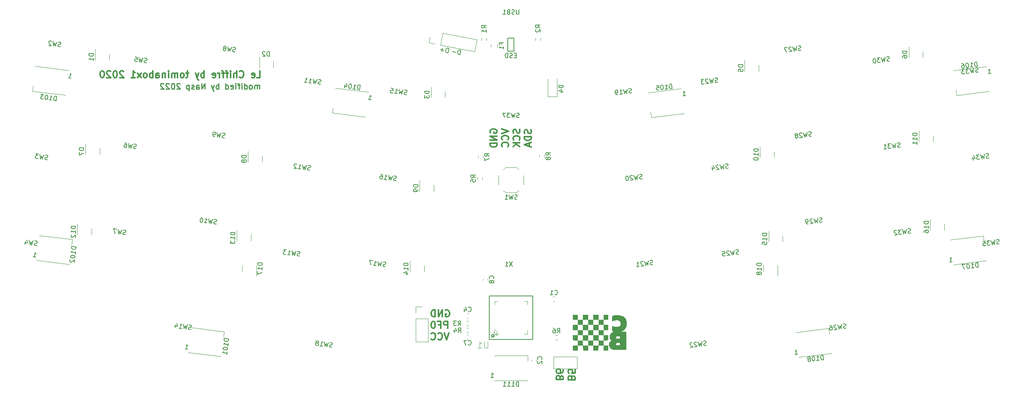
<source format=gbr>
%TF.GenerationSoftware,KiCad,Pcbnew,(6.0.4)*%
%TF.CreationDate,2022-05-08T12:30:25-05:00*%
%TF.ProjectId,LeChiffre-HE,4c654368-6966-4667-9265-2d48452e6b69,rev?*%
%TF.SameCoordinates,Original*%
%TF.FileFunction,Legend,Bot*%
%TF.FilePolarity,Positive*%
%FSLAX46Y46*%
G04 Gerber Fmt 4.6, Leading zero omitted, Abs format (unit mm)*
G04 Created by KiCad (PCBNEW (6.0.4)) date 2022-05-08 12:30:25*
%MOMM*%
%LPD*%
G01*
G04 APERTURE LIST*
%ADD10C,0.300000*%
%ADD11C,0.250000*%
%ADD12C,0.150000*%
%ADD13C,0.050000*%
%ADD14C,0.100000*%
%ADD15C,0.120000*%
%ADD16C,0.203200*%
%ADD17C,0.254000*%
G04 APERTURE END LIST*
D10*
X124380000Y-111058571D02*
X123880000Y-112558571D01*
X123380000Y-111058571D01*
X122022857Y-112415714D02*
X122094285Y-112487142D01*
X122308571Y-112558571D01*
X122451428Y-112558571D01*
X122665714Y-112487142D01*
X122808571Y-112344285D01*
X122880000Y-112201428D01*
X122951428Y-111915714D01*
X122951428Y-111701428D01*
X122880000Y-111415714D01*
X122808571Y-111272857D01*
X122665714Y-111130000D01*
X122451428Y-111058571D01*
X122308571Y-111058571D01*
X122094285Y-111130000D01*
X122022857Y-111201428D01*
X120522857Y-112415714D02*
X120594285Y-112487142D01*
X120808571Y-112558571D01*
X120951428Y-112558571D01*
X121165714Y-112487142D01*
X121308571Y-112344285D01*
X121380000Y-112201428D01*
X121451428Y-111915714D01*
X121451428Y-111701428D01*
X121380000Y-111415714D01*
X121308571Y-111272857D01*
X121165714Y-111130000D01*
X120951428Y-111058571D01*
X120808571Y-111058571D01*
X120594285Y-111130000D01*
X120522857Y-111201428D01*
X124094286Y-110043571D02*
X124094286Y-108543571D01*
X123522857Y-108543571D01*
X123380000Y-108615000D01*
X123308571Y-108686428D01*
X123237143Y-108829285D01*
X123237143Y-109043571D01*
X123308571Y-109186428D01*
X123380000Y-109257857D01*
X123522857Y-109329285D01*
X124094286Y-109329285D01*
X122094286Y-109257857D02*
X122594286Y-109257857D01*
X122594286Y-110043571D02*
X122594286Y-108543571D01*
X121880000Y-108543571D01*
X121022857Y-108543571D02*
X120880000Y-108543571D01*
X120737143Y-108615000D01*
X120665714Y-108686428D01*
X120594286Y-108829285D01*
X120522857Y-109115000D01*
X120522857Y-109472142D01*
X120594286Y-109757857D01*
X120665714Y-109900714D01*
X120737143Y-109972142D01*
X120880000Y-110043571D01*
X121022857Y-110043571D01*
X121165714Y-109972142D01*
X121237143Y-109900714D01*
X121308571Y-109757857D01*
X121380000Y-109472142D01*
X121380000Y-109115000D01*
X121308571Y-108829285D01*
X121237143Y-108686428D01*
X121165714Y-108615000D01*
X121022857Y-108543571D01*
X139937142Y-66271428D02*
X140008571Y-66485714D01*
X140008571Y-66842857D01*
X139937142Y-66985714D01*
X139865714Y-67057142D01*
X139722857Y-67128571D01*
X139580000Y-67128571D01*
X139437142Y-67057142D01*
X139365714Y-66985714D01*
X139294285Y-66842857D01*
X139222857Y-66557142D01*
X139151428Y-66414285D01*
X139080000Y-66342857D01*
X138937142Y-66271428D01*
X138794285Y-66271428D01*
X138651428Y-66342857D01*
X138580000Y-66414285D01*
X138508571Y-66557142D01*
X138508571Y-66914285D01*
X138580000Y-67128571D01*
X139865714Y-68628571D02*
X139937142Y-68557142D01*
X140008571Y-68342857D01*
X140008571Y-68200000D01*
X139937142Y-67985714D01*
X139794285Y-67842857D01*
X139651428Y-67771428D01*
X139365714Y-67700000D01*
X139151428Y-67700000D01*
X138865714Y-67771428D01*
X138722857Y-67842857D01*
X138580000Y-67985714D01*
X138508571Y-68200000D01*
X138508571Y-68342857D01*
X138580000Y-68557142D01*
X138651428Y-68628571D01*
X140008571Y-69271428D02*
X138508571Y-69271428D01*
X140008571Y-70128571D02*
X139151428Y-69485714D01*
X138508571Y-70128571D02*
X139365714Y-69271428D01*
X82141428Y-54908571D02*
X82855714Y-54908571D01*
X82855714Y-53408571D01*
X81070000Y-54837142D02*
X81212857Y-54908571D01*
X81498571Y-54908571D01*
X81641428Y-54837142D01*
X81712857Y-54694285D01*
X81712857Y-54122857D01*
X81641428Y-53980000D01*
X81498571Y-53908571D01*
X81212857Y-53908571D01*
X81070000Y-53980000D01*
X80998571Y-54122857D01*
X80998571Y-54265714D01*
X81712857Y-54408571D01*
X78355714Y-54765714D02*
X78427142Y-54837142D01*
X78641428Y-54908571D01*
X78784285Y-54908571D01*
X78998571Y-54837142D01*
X79141428Y-54694285D01*
X79212857Y-54551428D01*
X79284285Y-54265714D01*
X79284285Y-54051428D01*
X79212857Y-53765714D01*
X79141428Y-53622857D01*
X78998571Y-53480000D01*
X78784285Y-53408571D01*
X78641428Y-53408571D01*
X78427142Y-53480000D01*
X78355714Y-53551428D01*
X77712857Y-54908571D02*
X77712857Y-53408571D01*
X77070000Y-54908571D02*
X77070000Y-54122857D01*
X77141428Y-53980000D01*
X77284285Y-53908571D01*
X77498571Y-53908571D01*
X77641428Y-53980000D01*
X77712857Y-54051428D01*
X76355714Y-54908571D02*
X76355714Y-53908571D01*
X76355714Y-53408571D02*
X76427142Y-53480000D01*
X76355714Y-53551428D01*
X76284285Y-53480000D01*
X76355714Y-53408571D01*
X76355714Y-53551428D01*
X75855714Y-53908571D02*
X75284285Y-53908571D01*
X75641428Y-54908571D02*
X75641428Y-53622857D01*
X75570000Y-53480000D01*
X75427142Y-53408571D01*
X75284285Y-53408571D01*
X74998571Y-53908571D02*
X74427142Y-53908571D01*
X74784285Y-54908571D02*
X74784285Y-53622857D01*
X74712857Y-53480000D01*
X74570000Y-53408571D01*
X74427142Y-53408571D01*
X73927142Y-54908571D02*
X73927142Y-53908571D01*
X73927142Y-54194285D02*
X73855714Y-54051428D01*
X73784285Y-53980000D01*
X73641428Y-53908571D01*
X73498571Y-53908571D01*
X72427142Y-54837142D02*
X72570000Y-54908571D01*
X72855714Y-54908571D01*
X72998571Y-54837142D01*
X73070000Y-54694285D01*
X73070000Y-54122857D01*
X72998571Y-53980000D01*
X72855714Y-53908571D01*
X72570000Y-53908571D01*
X72427142Y-53980000D01*
X72355714Y-54122857D01*
X72355714Y-54265714D01*
X73070000Y-54408571D01*
X70570000Y-54908571D02*
X70570000Y-53408571D01*
X70570000Y-53980000D02*
X70427142Y-53908571D01*
X70141428Y-53908571D01*
X69998571Y-53980000D01*
X69927142Y-54051428D01*
X69855714Y-54194285D01*
X69855714Y-54622857D01*
X69927142Y-54765714D01*
X69998571Y-54837142D01*
X70141428Y-54908571D01*
X70427142Y-54908571D01*
X70570000Y-54837142D01*
X69355714Y-53908571D02*
X68998571Y-54908571D01*
X68641428Y-53908571D02*
X68998571Y-54908571D01*
X69141428Y-55265714D01*
X69212857Y-55337142D01*
X69355714Y-55408571D01*
X67141428Y-53908571D02*
X66570000Y-53908571D01*
X66927142Y-53408571D02*
X66927142Y-54694285D01*
X66855714Y-54837142D01*
X66712857Y-54908571D01*
X66570000Y-54908571D01*
X65855714Y-54908571D02*
X65998571Y-54837142D01*
X66069999Y-54765714D01*
X66141428Y-54622857D01*
X66141428Y-54194285D01*
X66069999Y-54051428D01*
X65998571Y-53980000D01*
X65855714Y-53908571D01*
X65641428Y-53908571D01*
X65498571Y-53980000D01*
X65427142Y-54051428D01*
X65355714Y-54194285D01*
X65355714Y-54622857D01*
X65427142Y-54765714D01*
X65498571Y-54837142D01*
X65641428Y-54908571D01*
X65855714Y-54908571D01*
X64712857Y-54908571D02*
X64712857Y-53908571D01*
X64712857Y-54051428D02*
X64641428Y-53980000D01*
X64498571Y-53908571D01*
X64284285Y-53908571D01*
X64141428Y-53980000D01*
X64069999Y-54122857D01*
X64069999Y-54908571D01*
X64069999Y-54122857D02*
X63998571Y-53980000D01*
X63855714Y-53908571D01*
X63641428Y-53908571D01*
X63498571Y-53980000D01*
X63427142Y-54122857D01*
X63427142Y-54908571D01*
X62712857Y-54908571D02*
X62712857Y-53908571D01*
X62712857Y-53408571D02*
X62784285Y-53480000D01*
X62712857Y-53551428D01*
X62641428Y-53480000D01*
X62712857Y-53408571D01*
X62712857Y-53551428D01*
X61998571Y-53908571D02*
X61998571Y-54908571D01*
X61998571Y-54051428D02*
X61927142Y-53980000D01*
X61784285Y-53908571D01*
X61569999Y-53908571D01*
X61427142Y-53980000D01*
X61355714Y-54122857D01*
X61355714Y-54908571D01*
X59998571Y-54908571D02*
X59998571Y-54122857D01*
X60069999Y-53980000D01*
X60212857Y-53908571D01*
X60498571Y-53908571D01*
X60641428Y-53980000D01*
X59998571Y-54837142D02*
X60141428Y-54908571D01*
X60498571Y-54908571D01*
X60641428Y-54837142D01*
X60712857Y-54694285D01*
X60712857Y-54551428D01*
X60641428Y-54408571D01*
X60498571Y-54337142D01*
X60141428Y-54337142D01*
X59998571Y-54265714D01*
X59284285Y-54908571D02*
X59284285Y-53408571D01*
X59284285Y-53980000D02*
X59141428Y-53908571D01*
X58855714Y-53908571D01*
X58712857Y-53980000D01*
X58641428Y-54051428D01*
X58569999Y-54194285D01*
X58569999Y-54622857D01*
X58641428Y-54765714D01*
X58712857Y-54837142D01*
X58855714Y-54908571D01*
X59141428Y-54908571D01*
X59284285Y-54837142D01*
X57712857Y-54908571D02*
X57855714Y-54837142D01*
X57927142Y-54765714D01*
X57998571Y-54622857D01*
X57998571Y-54194285D01*
X57927142Y-54051428D01*
X57855714Y-53980000D01*
X57712857Y-53908571D01*
X57498571Y-53908571D01*
X57355714Y-53980000D01*
X57284285Y-54051428D01*
X57212857Y-54194285D01*
X57212857Y-54622857D01*
X57284285Y-54765714D01*
X57355714Y-54837142D01*
X57498571Y-54908571D01*
X57712857Y-54908571D01*
X56712857Y-54908571D02*
X55927142Y-53908571D01*
X56712857Y-53908571D02*
X55927142Y-54908571D01*
X54569999Y-54908571D02*
X55427142Y-54908571D01*
X54998571Y-54908571D02*
X54998571Y-53408571D01*
X55141428Y-53622857D01*
X55284285Y-53765714D01*
X55427142Y-53837142D01*
X52855714Y-53551428D02*
X52784285Y-53480000D01*
X52641428Y-53408571D01*
X52284285Y-53408571D01*
X52141428Y-53480000D01*
X52070000Y-53551428D01*
X51998571Y-53694285D01*
X51998571Y-53837142D01*
X52070000Y-54051428D01*
X52927142Y-54908571D01*
X51998571Y-54908571D01*
X51070000Y-53408571D02*
X50927142Y-53408571D01*
X50784285Y-53480000D01*
X50712857Y-53551428D01*
X50641428Y-53694285D01*
X50570000Y-53980000D01*
X50570000Y-54337142D01*
X50641428Y-54622857D01*
X50712857Y-54765714D01*
X50784285Y-54837142D01*
X50927142Y-54908571D01*
X51070000Y-54908571D01*
X51212857Y-54837142D01*
X51284285Y-54765714D01*
X51355714Y-54622857D01*
X51427142Y-54337142D01*
X51427142Y-53980000D01*
X51355714Y-53694285D01*
X51284285Y-53551428D01*
X51212857Y-53480000D01*
X51070000Y-53408571D01*
X49998571Y-53551428D02*
X49927142Y-53480000D01*
X49784285Y-53408571D01*
X49427142Y-53408571D01*
X49284285Y-53480000D01*
X49212857Y-53551428D01*
X49141428Y-53694285D01*
X49141428Y-53837142D01*
X49212857Y-54051428D01*
X50070000Y-54908571D01*
X49141428Y-54908571D01*
X48212857Y-53408571D02*
X48070000Y-53408571D01*
X47927142Y-53480000D01*
X47855714Y-53551428D01*
X47784285Y-53694285D01*
X47712857Y-53980000D01*
X47712857Y-54337142D01*
X47784285Y-54622857D01*
X47855714Y-54765714D01*
X47927142Y-54837142D01*
X48070000Y-54908571D01*
X48212857Y-54908571D01*
X48355714Y-54837142D01*
X48427142Y-54765714D01*
X48498571Y-54622857D01*
X48570000Y-54337142D01*
X48570000Y-53980000D01*
X48498571Y-53694285D01*
X48427142Y-53551428D01*
X48355714Y-53480000D01*
X48212857Y-53408571D01*
D11*
X82733095Y-57415476D02*
X82733095Y-56582142D01*
X82733095Y-56701190D02*
X82673571Y-56641666D01*
X82554523Y-56582142D01*
X82375952Y-56582142D01*
X82256904Y-56641666D01*
X82197380Y-56760714D01*
X82197380Y-57415476D01*
X82197380Y-56760714D02*
X82137857Y-56641666D01*
X82018809Y-56582142D01*
X81840238Y-56582142D01*
X81721190Y-56641666D01*
X81661666Y-56760714D01*
X81661666Y-57415476D01*
X80887857Y-57415476D02*
X81006904Y-57355952D01*
X81066428Y-57296428D01*
X81125952Y-57177380D01*
X81125952Y-56820238D01*
X81066428Y-56701190D01*
X81006904Y-56641666D01*
X80887857Y-56582142D01*
X80709285Y-56582142D01*
X80590238Y-56641666D01*
X80530714Y-56701190D01*
X80471190Y-56820238D01*
X80471190Y-57177380D01*
X80530714Y-57296428D01*
X80590238Y-57355952D01*
X80709285Y-57415476D01*
X80887857Y-57415476D01*
X79399761Y-57415476D02*
X79399761Y-56165476D01*
X79399761Y-57355952D02*
X79518809Y-57415476D01*
X79756904Y-57415476D01*
X79875952Y-57355952D01*
X79935476Y-57296428D01*
X79995000Y-57177380D01*
X79995000Y-56820238D01*
X79935476Y-56701190D01*
X79875952Y-56641666D01*
X79756904Y-56582142D01*
X79518809Y-56582142D01*
X79399761Y-56641666D01*
X78804523Y-57415476D02*
X78804523Y-56582142D01*
X78804523Y-56165476D02*
X78864047Y-56225000D01*
X78804523Y-56284523D01*
X78745000Y-56225000D01*
X78804523Y-56165476D01*
X78804523Y-56284523D01*
X78387857Y-56582142D02*
X77911666Y-56582142D01*
X78209285Y-57415476D02*
X78209285Y-56344047D01*
X78149761Y-56225000D01*
X78030714Y-56165476D01*
X77911666Y-56165476D01*
X77495000Y-57415476D02*
X77495000Y-56582142D01*
X77495000Y-56165476D02*
X77554523Y-56225000D01*
X77495000Y-56284523D01*
X77435476Y-56225000D01*
X77495000Y-56165476D01*
X77495000Y-56284523D01*
X76423571Y-57355952D02*
X76542619Y-57415476D01*
X76780714Y-57415476D01*
X76899761Y-57355952D01*
X76959285Y-57236904D01*
X76959285Y-56760714D01*
X76899761Y-56641666D01*
X76780714Y-56582142D01*
X76542619Y-56582142D01*
X76423571Y-56641666D01*
X76364047Y-56760714D01*
X76364047Y-56879761D01*
X76959285Y-56998809D01*
X75292619Y-57415476D02*
X75292619Y-56165476D01*
X75292619Y-57355952D02*
X75411666Y-57415476D01*
X75649761Y-57415476D01*
X75768809Y-57355952D01*
X75828333Y-57296428D01*
X75887857Y-57177380D01*
X75887857Y-56820238D01*
X75828333Y-56701190D01*
X75768809Y-56641666D01*
X75649761Y-56582142D01*
X75411666Y-56582142D01*
X75292619Y-56641666D01*
X73745000Y-57415476D02*
X73745000Y-56165476D01*
X73745000Y-56641666D02*
X73625952Y-56582142D01*
X73387857Y-56582142D01*
X73268809Y-56641666D01*
X73209285Y-56701190D01*
X73149761Y-56820238D01*
X73149761Y-57177380D01*
X73209285Y-57296428D01*
X73268809Y-57355952D01*
X73387857Y-57415476D01*
X73625952Y-57415476D01*
X73745000Y-57355952D01*
X72733095Y-56582142D02*
X72435476Y-57415476D01*
X72137857Y-56582142D02*
X72435476Y-57415476D01*
X72554523Y-57713095D01*
X72614047Y-57772619D01*
X72733095Y-57832142D01*
X70709285Y-57415476D02*
X70709285Y-56165476D01*
X69995000Y-57415476D01*
X69995000Y-56165476D01*
X68864047Y-57415476D02*
X68864047Y-56760714D01*
X68923571Y-56641666D01*
X69042619Y-56582142D01*
X69280714Y-56582142D01*
X69399761Y-56641666D01*
X68864047Y-57355952D02*
X68983095Y-57415476D01*
X69280714Y-57415476D01*
X69399761Y-57355952D01*
X69459285Y-57236904D01*
X69459285Y-57117857D01*
X69399761Y-56998809D01*
X69280714Y-56939285D01*
X68983095Y-56939285D01*
X68864047Y-56879761D01*
X68328333Y-57355952D02*
X68209285Y-57415476D01*
X67971190Y-57415476D01*
X67852142Y-57355952D01*
X67792619Y-57236904D01*
X67792619Y-57177380D01*
X67852142Y-57058333D01*
X67971190Y-56998809D01*
X68149761Y-56998809D01*
X68268809Y-56939285D01*
X68328333Y-56820238D01*
X68328333Y-56760714D01*
X68268809Y-56641666D01*
X68149761Y-56582142D01*
X67971190Y-56582142D01*
X67852142Y-56641666D01*
X67256904Y-56582142D02*
X67256904Y-57832142D01*
X67256904Y-56641666D02*
X67137857Y-56582142D01*
X66899761Y-56582142D01*
X66780714Y-56641666D01*
X66721190Y-56701190D01*
X66661666Y-56820238D01*
X66661666Y-57177380D01*
X66721190Y-57296428D01*
X66780714Y-57355952D01*
X66899761Y-57415476D01*
X67137857Y-57415476D01*
X67256904Y-57355952D01*
X65233095Y-56284523D02*
X65173571Y-56225000D01*
X65054523Y-56165476D01*
X64756904Y-56165476D01*
X64637857Y-56225000D01*
X64578333Y-56284523D01*
X64518809Y-56403571D01*
X64518809Y-56522619D01*
X64578333Y-56701190D01*
X65292619Y-57415476D01*
X64518809Y-57415476D01*
X63745000Y-56165476D02*
X63625952Y-56165476D01*
X63506904Y-56225000D01*
X63447380Y-56284523D01*
X63387857Y-56403571D01*
X63328333Y-56641666D01*
X63328333Y-56939285D01*
X63387857Y-57177380D01*
X63447380Y-57296428D01*
X63506904Y-57355952D01*
X63625952Y-57415476D01*
X63745000Y-57415476D01*
X63864047Y-57355952D01*
X63923571Y-57296428D01*
X63983095Y-57177380D01*
X64042619Y-56939285D01*
X64042619Y-56641666D01*
X63983095Y-56403571D01*
X63923571Y-56284523D01*
X63864047Y-56225000D01*
X63745000Y-56165476D01*
X62852142Y-56284523D02*
X62792619Y-56225000D01*
X62673571Y-56165476D01*
X62375952Y-56165476D01*
X62256904Y-56225000D01*
X62197380Y-56284523D01*
X62137857Y-56403571D01*
X62137857Y-56522619D01*
X62197380Y-56701190D01*
X62911666Y-57415476D01*
X62137857Y-57415476D01*
X61661666Y-56284523D02*
X61602142Y-56225000D01*
X61483095Y-56165476D01*
X61185476Y-56165476D01*
X61066428Y-56225000D01*
X61006904Y-56284523D01*
X60947380Y-56403571D01*
X60947380Y-56522619D01*
X61006904Y-56701190D01*
X61721190Y-57415476D01*
X60947380Y-57415476D01*
D10*
X148837142Y-120847142D02*
X148765714Y-120632857D01*
X148694285Y-120561428D01*
X148551428Y-120490000D01*
X148337142Y-120490000D01*
X148194285Y-120561428D01*
X148122857Y-120632857D01*
X148051428Y-120775714D01*
X148051428Y-121347142D01*
X149551428Y-121347142D01*
X149551428Y-120847142D01*
X149480000Y-120704285D01*
X149408571Y-120632857D01*
X149265714Y-120561428D01*
X149122857Y-120561428D01*
X148980000Y-120632857D01*
X148908571Y-120704285D01*
X148837142Y-120847142D01*
X148837142Y-121347142D01*
X149551428Y-119204285D02*
X149551428Y-119490000D01*
X149480000Y-119632857D01*
X149408571Y-119704285D01*
X149194285Y-119847142D01*
X148908571Y-119918571D01*
X148337142Y-119918571D01*
X148194285Y-119847142D01*
X148122857Y-119775714D01*
X148051428Y-119632857D01*
X148051428Y-119347142D01*
X148122857Y-119204285D01*
X148194285Y-119132857D01*
X148337142Y-119061428D01*
X148694285Y-119061428D01*
X148837142Y-119132857D01*
X148908571Y-119204285D01*
X148980000Y-119347142D01*
X148980000Y-119632857D01*
X148908571Y-119775714D01*
X148837142Y-119847142D01*
X148694285Y-119918571D01*
X136018571Y-66199999D02*
X137518571Y-66699999D01*
X136018571Y-67199999D01*
X137375714Y-68557141D02*
X137447142Y-68485713D01*
X137518571Y-68271427D01*
X137518571Y-68128570D01*
X137447142Y-67914284D01*
X137304285Y-67771427D01*
X137161428Y-67699999D01*
X136875714Y-67628570D01*
X136661428Y-67628570D01*
X136375714Y-67699999D01*
X136232857Y-67771427D01*
X136090000Y-67914284D01*
X136018571Y-68128570D01*
X136018571Y-68271427D01*
X136090000Y-68485713D01*
X136161428Y-68557141D01*
X137375714Y-70057141D02*
X137447142Y-69985713D01*
X137518571Y-69771427D01*
X137518571Y-69628570D01*
X137447142Y-69414284D01*
X137304285Y-69271427D01*
X137161428Y-69199999D01*
X136875714Y-69128570D01*
X136661428Y-69128570D01*
X136375714Y-69199999D01*
X136232857Y-69271427D01*
X136090000Y-69414284D01*
X136018571Y-69628570D01*
X136018571Y-69771427D01*
X136090000Y-69985713D01*
X136161428Y-70057141D01*
X142417142Y-66378570D02*
X142488571Y-66592856D01*
X142488571Y-66949999D01*
X142417142Y-67092856D01*
X142345714Y-67164284D01*
X142202857Y-67235713D01*
X142060000Y-67235713D01*
X141917142Y-67164284D01*
X141845714Y-67092856D01*
X141774285Y-66949999D01*
X141702857Y-66664284D01*
X141631428Y-66521427D01*
X141560000Y-66449999D01*
X141417142Y-66378570D01*
X141274285Y-66378570D01*
X141131428Y-66449999D01*
X141060000Y-66521427D01*
X140988571Y-66664284D01*
X140988571Y-67021427D01*
X141060000Y-67235713D01*
X142488571Y-67878570D02*
X140988571Y-67878570D01*
X140988571Y-68235713D01*
X141060000Y-68449999D01*
X141202857Y-68592856D01*
X141345714Y-68664284D01*
X141631428Y-68735713D01*
X141845714Y-68735713D01*
X142131428Y-68664284D01*
X142274285Y-68592856D01*
X142417142Y-68449999D01*
X142488571Y-68235713D01*
X142488571Y-67878570D01*
X142060000Y-69307141D02*
X142060000Y-70021427D01*
X142488571Y-69164284D02*
X140988571Y-69664284D01*
X142488571Y-70164284D01*
X151417142Y-120867142D02*
X151345714Y-120652857D01*
X151274285Y-120581428D01*
X151131428Y-120510000D01*
X150917142Y-120510000D01*
X150774285Y-120581428D01*
X150702857Y-120652857D01*
X150631428Y-120795714D01*
X150631428Y-121367142D01*
X152131428Y-121367142D01*
X152131428Y-120867142D01*
X152060000Y-120724285D01*
X151988571Y-120652857D01*
X151845714Y-120581428D01*
X151702857Y-120581428D01*
X151560000Y-120652857D01*
X151488571Y-120724285D01*
X151417142Y-120867142D01*
X151417142Y-121367142D01*
X152131428Y-119152857D02*
X152131428Y-119867142D01*
X151417142Y-119938571D01*
X151488571Y-119867142D01*
X151560000Y-119724285D01*
X151560000Y-119367142D01*
X151488571Y-119224285D01*
X151417142Y-119152857D01*
X151274285Y-119081428D01*
X150917142Y-119081428D01*
X150774285Y-119152857D01*
X150702857Y-119224285D01*
X150631428Y-119367142D01*
X150631428Y-119724285D01*
X150702857Y-119867142D01*
X150774285Y-119938571D01*
X133540000Y-67057142D02*
X133468571Y-66914285D01*
X133468571Y-66700000D01*
X133540000Y-66485714D01*
X133682857Y-66342857D01*
X133825714Y-66271428D01*
X134111428Y-66200000D01*
X134325714Y-66200000D01*
X134611428Y-66271428D01*
X134754285Y-66342857D01*
X134897142Y-66485714D01*
X134968571Y-66700000D01*
X134968571Y-66842857D01*
X134897142Y-67057142D01*
X134825714Y-67128571D01*
X134325714Y-67128571D01*
X134325714Y-66842857D01*
X134968571Y-67771428D02*
X133468571Y-67771428D01*
X134968571Y-68628571D01*
X133468571Y-68628571D01*
X134968571Y-69342857D02*
X133468571Y-69342857D01*
X133468571Y-69700000D01*
X133540000Y-69914285D01*
X133682857Y-70057142D01*
X133825714Y-70128571D01*
X134111428Y-70200000D01*
X134325714Y-70200000D01*
X134611428Y-70128571D01*
X134754285Y-70057142D01*
X134897142Y-69914285D01*
X134968571Y-69700000D01*
X134968571Y-69342857D01*
X123665714Y-106100000D02*
X123808571Y-106028571D01*
X124022857Y-106028571D01*
X124237142Y-106100000D01*
X124379999Y-106242857D01*
X124451428Y-106385714D01*
X124522857Y-106671428D01*
X124522857Y-106885714D01*
X124451428Y-107171428D01*
X124379999Y-107314285D01*
X124237142Y-107457142D01*
X124022857Y-107528571D01*
X123879999Y-107528571D01*
X123665714Y-107457142D01*
X123594285Y-107385714D01*
X123594285Y-106885714D01*
X123879999Y-106885714D01*
X122951428Y-107528571D02*
X122951428Y-106028571D01*
X122094285Y-107528571D01*
X122094285Y-106028571D01*
X121379999Y-107528571D02*
X121379999Y-106028571D01*
X121022857Y-106028571D01*
X120808571Y-106100000D01*
X120665714Y-106242857D01*
X120594285Y-106385714D01*
X120522857Y-106671428D01*
X120522857Y-106885714D01*
X120594285Y-107171428D01*
X120665714Y-107314285D01*
X120808571Y-107457142D01*
X121022857Y-107528571D01*
X121379999Y-107528571D01*
D12*
X38954066Y-48084237D02*
X38806471Y-48114091D01*
X38570150Y-48085075D01*
X38481425Y-48026204D01*
X38439964Y-47973136D01*
X38404307Y-47872805D01*
X38415914Y-47778277D01*
X38474784Y-47689552D01*
X38527852Y-47648091D01*
X38628183Y-47612433D01*
X38823043Y-47588383D01*
X38923374Y-47552725D01*
X38976442Y-47511264D01*
X39035313Y-47422539D01*
X39046919Y-47328011D01*
X39011262Y-47227680D01*
X38969801Y-47174612D01*
X38881076Y-47115742D01*
X38644755Y-47086725D01*
X38497160Y-47116579D01*
X38172114Y-47028692D02*
X37813925Y-47992222D01*
X37711918Y-47260047D01*
X37435812Y-47945795D01*
X37321361Y-46924233D01*
X36978905Y-46978138D02*
X36937444Y-46925070D01*
X36848720Y-46866200D01*
X36612399Y-46837183D01*
X36512068Y-46872841D01*
X36459000Y-46914301D01*
X36400129Y-47003026D01*
X36388523Y-47097554D01*
X36418377Y-47245150D01*
X36915907Y-47881959D01*
X36301473Y-47806516D01*
X36086801Y-72926545D02*
X35939206Y-72956399D01*
X35702885Y-72927383D01*
X35614160Y-72868512D01*
X35572699Y-72815444D01*
X35537042Y-72715113D01*
X35548649Y-72620585D01*
X35607519Y-72531860D01*
X35660587Y-72490399D01*
X35760918Y-72454741D01*
X35955778Y-72430691D01*
X36056109Y-72395033D01*
X36109177Y-72353572D01*
X36168048Y-72264847D01*
X36179654Y-72170319D01*
X36143997Y-72069988D01*
X36102536Y-72016920D01*
X36013811Y-71958050D01*
X35777490Y-71929033D01*
X35629895Y-71958887D01*
X35304849Y-71871000D02*
X34946660Y-72834530D01*
X34844653Y-72102355D01*
X34568547Y-72788103D01*
X34454096Y-71766541D01*
X34170511Y-71731721D02*
X33556078Y-71656278D01*
X33840500Y-72075014D01*
X33698708Y-72057604D01*
X33598376Y-72093261D01*
X33545309Y-72134722D01*
X33486438Y-72223447D01*
X33457421Y-72459768D01*
X33493079Y-72560099D01*
X33534540Y-72613167D01*
X33623265Y-72672037D01*
X33906849Y-72706857D01*
X34007181Y-72671200D01*
X34060248Y-72629739D01*
X33765190Y-91834550D02*
X33617595Y-91864404D01*
X33381274Y-91835388D01*
X33292549Y-91776517D01*
X33251088Y-91723449D01*
X33215431Y-91623118D01*
X33227038Y-91528590D01*
X33285908Y-91439865D01*
X33338976Y-91398404D01*
X33439307Y-91362746D01*
X33634167Y-91338696D01*
X33734498Y-91303038D01*
X33787566Y-91261577D01*
X33846437Y-91172852D01*
X33858043Y-91078324D01*
X33822386Y-90977993D01*
X33780925Y-90924925D01*
X33692200Y-90866055D01*
X33455879Y-90837038D01*
X33308284Y-90866892D01*
X32983238Y-90779005D02*
X32625049Y-91742535D01*
X32523042Y-91010360D01*
X32246936Y-91696108D01*
X32132485Y-90674546D01*
X31288372Y-90906738D02*
X31207125Y-91568436D01*
X31571119Y-90557642D02*
X31720390Y-91295620D01*
X31105956Y-91220177D01*
X57896819Y-51613151D02*
X57749224Y-51643005D01*
X57512903Y-51613989D01*
X57424178Y-51555118D01*
X57382717Y-51502050D01*
X57347060Y-51401719D01*
X57358667Y-51307191D01*
X57417537Y-51218466D01*
X57470605Y-51177005D01*
X57570936Y-51141347D01*
X57765796Y-51117297D01*
X57866127Y-51081639D01*
X57919195Y-51040178D01*
X57978066Y-50951453D01*
X57989672Y-50856925D01*
X57954015Y-50756594D01*
X57912554Y-50703526D01*
X57823829Y-50644656D01*
X57587508Y-50615639D01*
X57439913Y-50645493D01*
X57114867Y-50557606D02*
X56756678Y-51521136D01*
X56654671Y-50788961D01*
X56378565Y-51474709D01*
X56264114Y-50453147D01*
X55413360Y-50348687D02*
X55886001Y-50406720D01*
X55875232Y-50885165D01*
X55833771Y-50832097D01*
X55745046Y-50773226D01*
X55508726Y-50744210D01*
X55408394Y-50779867D01*
X55355327Y-50821328D01*
X55296456Y-50910053D01*
X55267439Y-51146374D01*
X55303097Y-51246705D01*
X55344558Y-51299773D01*
X55433283Y-51358643D01*
X55669603Y-51387660D01*
X55769935Y-51352002D01*
X55823002Y-51310541D01*
X55575208Y-70521155D02*
X55427613Y-70551009D01*
X55191292Y-70521993D01*
X55102567Y-70463122D01*
X55061106Y-70410054D01*
X55025449Y-70309723D01*
X55037056Y-70215195D01*
X55095926Y-70126470D01*
X55148994Y-70085009D01*
X55249325Y-70049351D01*
X55444185Y-70025301D01*
X55544516Y-69989643D01*
X55597584Y-69948182D01*
X55656455Y-69859457D01*
X55668061Y-69764929D01*
X55632404Y-69664598D01*
X55590943Y-69611530D01*
X55502218Y-69552660D01*
X55265897Y-69523643D01*
X55118302Y-69553497D01*
X54793256Y-69465610D02*
X54435067Y-70429140D01*
X54333060Y-69696965D01*
X54056954Y-70382713D01*
X53942503Y-69361151D01*
X53139013Y-69262494D02*
X53328069Y-69285708D01*
X53416794Y-69344578D01*
X53458255Y-69397646D01*
X53535373Y-69551045D01*
X53559424Y-69745904D01*
X53512998Y-70124017D01*
X53454127Y-70212742D01*
X53401060Y-70254203D01*
X53300728Y-70289860D01*
X53111672Y-70266647D01*
X53022947Y-70207777D01*
X52981486Y-70154709D01*
X52945828Y-70054378D01*
X52974845Y-69818057D01*
X53033716Y-69729332D01*
X53086783Y-69687871D01*
X53187115Y-69652214D01*
X53376171Y-69675427D01*
X53464896Y-69734298D01*
X53506357Y-69787365D01*
X53542014Y-69887697D01*
X53253597Y-89429160D02*
X53106002Y-89459014D01*
X52869681Y-89429998D01*
X52780956Y-89371127D01*
X52739495Y-89318059D01*
X52703838Y-89217728D01*
X52715445Y-89123200D01*
X52774315Y-89034475D01*
X52827383Y-88993014D01*
X52927714Y-88957356D01*
X53122574Y-88933306D01*
X53222905Y-88897648D01*
X53275973Y-88856187D01*
X53334844Y-88767462D01*
X53346450Y-88672934D01*
X53310793Y-88572603D01*
X53269332Y-88519535D01*
X53180607Y-88460665D01*
X52944286Y-88431648D01*
X52796691Y-88461502D01*
X52471645Y-88373615D02*
X52113456Y-89337145D01*
X52011449Y-88604970D01*
X51735343Y-89290718D01*
X51620892Y-88269156D01*
X51337307Y-88234336D02*
X50675610Y-88153090D01*
X50979117Y-89197865D01*
X75063615Y-68115765D02*
X74916020Y-68145619D01*
X74679699Y-68116603D01*
X74590974Y-68057732D01*
X74549513Y-68004664D01*
X74513856Y-67904333D01*
X74525463Y-67809805D01*
X74584333Y-67721080D01*
X74637401Y-67679619D01*
X74737732Y-67643961D01*
X74932592Y-67619911D01*
X75032923Y-67584253D01*
X75085991Y-67542792D01*
X75144862Y-67454067D01*
X75156468Y-67359539D01*
X75120811Y-67259208D01*
X75079350Y-67206140D01*
X74990625Y-67147270D01*
X74754304Y-67118253D01*
X74606709Y-67148107D01*
X74281663Y-67060220D02*
X73923474Y-68023750D01*
X73821467Y-67291575D01*
X73545361Y-67977323D01*
X73430910Y-66955761D01*
X72883663Y-67896077D02*
X72694607Y-67872864D01*
X72605882Y-67813993D01*
X72564421Y-67760926D01*
X72487303Y-67607527D01*
X72463252Y-67412667D01*
X72509678Y-67034554D01*
X72568549Y-66945829D01*
X72621617Y-66904369D01*
X72721948Y-66868711D01*
X72911004Y-66891924D01*
X72999729Y-66950795D01*
X73041190Y-67003862D01*
X73076848Y-67104194D01*
X73047831Y-67340514D01*
X72988960Y-67429239D01*
X72935893Y-67470700D01*
X72835561Y-67506358D01*
X72646505Y-67483144D01*
X72557780Y-67424274D01*
X72516319Y-67371206D01*
X72480662Y-67270875D01*
X73214645Y-87081803D02*
X73067050Y-87111657D01*
X72830729Y-87082641D01*
X72742004Y-87023770D01*
X72700544Y-86970702D01*
X72664886Y-86870371D01*
X72676493Y-86775843D01*
X72735363Y-86687118D01*
X72788431Y-86645657D01*
X72888762Y-86610000D01*
X73083622Y-86585949D01*
X73183953Y-86550291D01*
X73237021Y-86508830D01*
X73295892Y-86420105D01*
X73307498Y-86325577D01*
X73271841Y-86225246D01*
X73230380Y-86172178D01*
X73141655Y-86113308D01*
X72905334Y-86084291D01*
X72757739Y-86114145D01*
X72432693Y-86026258D02*
X72074504Y-86989788D01*
X71972497Y-86257613D01*
X71696391Y-86943361D01*
X71581940Y-85921799D01*
X70562052Y-86804082D02*
X71129222Y-86873722D01*
X70845637Y-86838902D02*
X70967506Y-85846356D01*
X71044625Y-85999755D01*
X71127546Y-86105889D01*
X71216271Y-86164760D01*
X70069488Y-85736093D02*
X69974960Y-85724486D01*
X69874629Y-85760144D01*
X69821561Y-85801605D01*
X69762690Y-85890330D01*
X69692213Y-86073583D01*
X69663197Y-86309903D01*
X69687248Y-86504763D01*
X69722905Y-86605094D01*
X69764366Y-86658162D01*
X69853091Y-86717033D01*
X69947619Y-86728639D01*
X70047950Y-86692982D01*
X70101018Y-86651521D01*
X70159889Y-86562796D01*
X70230366Y-86379543D01*
X70259382Y-86143222D01*
X70235331Y-85948363D01*
X70199674Y-85848031D01*
X70158213Y-85794964D01*
X70069488Y-85736093D01*
X96185468Y-56314406D02*
X96037873Y-56344260D01*
X95801552Y-56315244D01*
X95712827Y-56256373D01*
X95671367Y-56203305D01*
X95635709Y-56102974D01*
X95647316Y-56008446D01*
X95706186Y-55919721D01*
X95759254Y-55878260D01*
X95859585Y-55842603D01*
X96054445Y-55818552D01*
X96154776Y-55782894D01*
X96207844Y-55741433D01*
X96266715Y-55652708D01*
X96278321Y-55558180D01*
X96242664Y-55457849D01*
X96201203Y-55404781D01*
X96112478Y-55345911D01*
X95876157Y-55316894D01*
X95728562Y-55346748D01*
X95403516Y-55258861D02*
X95045327Y-56222391D01*
X94943320Y-55490216D01*
X94667214Y-56175964D01*
X94552763Y-55154402D01*
X93532875Y-56036685D02*
X94100045Y-56106325D01*
X93816460Y-56071505D02*
X93938329Y-55078959D01*
X94015448Y-55232358D01*
X94098369Y-55338492D01*
X94187094Y-55397363D01*
X92587593Y-55920619D02*
X93154762Y-55990259D01*
X92871178Y-55955439D02*
X92993047Y-54962893D01*
X93070165Y-55116292D01*
X93153087Y-55222426D01*
X93241812Y-55281297D01*
X93863857Y-75222410D02*
X93716262Y-75252264D01*
X93479941Y-75223248D01*
X93391216Y-75164377D01*
X93349756Y-75111309D01*
X93314098Y-75010978D01*
X93325705Y-74916450D01*
X93384575Y-74827725D01*
X93437643Y-74786264D01*
X93537974Y-74750607D01*
X93732834Y-74726556D01*
X93833165Y-74690898D01*
X93886233Y-74649437D01*
X93945104Y-74560712D01*
X93956710Y-74466184D01*
X93921053Y-74365853D01*
X93879592Y-74312785D01*
X93790867Y-74253915D01*
X93554546Y-74224898D01*
X93406951Y-74254752D01*
X93081905Y-74166865D02*
X92723716Y-75130395D01*
X92621709Y-74398220D01*
X92345603Y-75083968D01*
X92231152Y-74062406D01*
X91211264Y-74944689D02*
X91778434Y-75014329D01*
X91494849Y-74979509D02*
X91616718Y-73986963D01*
X91693837Y-74140362D01*
X91776758Y-74246496D01*
X91865483Y-74305367D01*
X90943414Y-74000245D02*
X90901953Y-73947177D01*
X90813229Y-73888307D01*
X90576908Y-73859290D01*
X90476576Y-73894948D01*
X90423509Y-73936408D01*
X90364638Y-74025133D01*
X90353032Y-74119661D01*
X90382886Y-74267257D01*
X90880416Y-74904066D01*
X90265982Y-74828623D01*
X91542246Y-94130415D02*
X91394651Y-94160269D01*
X91158330Y-94131253D01*
X91069605Y-94072382D01*
X91028145Y-94019314D01*
X90992487Y-93918983D01*
X91004094Y-93824455D01*
X91062964Y-93735730D01*
X91116032Y-93694269D01*
X91216363Y-93658612D01*
X91411223Y-93634561D01*
X91511554Y-93598903D01*
X91564622Y-93557442D01*
X91623493Y-93468717D01*
X91635099Y-93374189D01*
X91599442Y-93273858D01*
X91557981Y-93220790D01*
X91469256Y-93161920D01*
X91232935Y-93132903D01*
X91085340Y-93162757D01*
X90760294Y-93074870D02*
X90402105Y-94038400D01*
X90300098Y-93306225D01*
X90023992Y-93991973D01*
X89909541Y-92970411D01*
X88889653Y-93852694D02*
X89456823Y-93922334D01*
X89173238Y-93887514D02*
X89295107Y-92894968D01*
X89372226Y-93048367D01*
X89455147Y-93154501D01*
X89543872Y-93213372D01*
X88680674Y-92819525D02*
X88066241Y-92744082D01*
X88350663Y-93162818D01*
X88208871Y-93145408D01*
X88108539Y-93181065D01*
X88055472Y-93222526D01*
X87996601Y-93311251D01*
X87967584Y-93547572D01*
X88003242Y-93647903D01*
X88044703Y-93700970D01*
X88133428Y-93759841D01*
X88417012Y-93794661D01*
X88517344Y-93759004D01*
X88570411Y-93717543D01*
X115093472Y-58636017D02*
X114945877Y-58665871D01*
X114709556Y-58636855D01*
X114620831Y-58577984D01*
X114579371Y-58524916D01*
X114543713Y-58424585D01*
X114555320Y-58330057D01*
X114614190Y-58241332D01*
X114667258Y-58199871D01*
X114767589Y-58164214D01*
X114962449Y-58140163D01*
X115062780Y-58104505D01*
X115115848Y-58063044D01*
X115174719Y-57974319D01*
X115186325Y-57879791D01*
X115150668Y-57779460D01*
X115109207Y-57726392D01*
X115020482Y-57667522D01*
X114784161Y-57638505D01*
X114636566Y-57668359D01*
X114311520Y-57580472D02*
X113953331Y-58544002D01*
X113851324Y-57811827D01*
X113575218Y-58497575D01*
X113460767Y-57476013D01*
X112440879Y-58358296D02*
X113008049Y-58427936D01*
X112724464Y-58393116D02*
X112846333Y-57400570D01*
X112923452Y-57553969D01*
X113006373Y-57660103D01*
X113095098Y-57718974D01*
X111664731Y-57255487D02*
X112137372Y-57313520D01*
X112126603Y-57791964D01*
X112085142Y-57738897D01*
X111996417Y-57680026D01*
X111760097Y-57651010D01*
X111659765Y-57686667D01*
X111606698Y-57728128D01*
X111547827Y-57816853D01*
X111518810Y-58053174D01*
X111554468Y-58153505D01*
X111595929Y-58206572D01*
X111684654Y-58265443D01*
X111920974Y-58294460D01*
X112021306Y-58258802D01*
X112074373Y-58217341D01*
X112771861Y-77544021D02*
X112624266Y-77573875D01*
X112387945Y-77544859D01*
X112299220Y-77485988D01*
X112257760Y-77432920D01*
X112222102Y-77332589D01*
X112233709Y-77238061D01*
X112292579Y-77149336D01*
X112345647Y-77107875D01*
X112445978Y-77072218D01*
X112640838Y-77048167D01*
X112741169Y-77012509D01*
X112794237Y-76971048D01*
X112853108Y-76882323D01*
X112864714Y-76787795D01*
X112829057Y-76687464D01*
X112787596Y-76634396D01*
X112698871Y-76575526D01*
X112462550Y-76546509D01*
X112314955Y-76576363D01*
X111989909Y-76488476D02*
X111631720Y-77452006D01*
X111529713Y-76719831D01*
X111253607Y-77405579D01*
X111139156Y-76384017D01*
X110119268Y-77266300D02*
X110686438Y-77335940D01*
X110402853Y-77301120D02*
X110524722Y-76308574D01*
X110601841Y-76461973D01*
X110684762Y-76568107D01*
X110773487Y-76626978D01*
X109390384Y-76169294D02*
X109579440Y-76192508D01*
X109668165Y-76251378D01*
X109709626Y-76304446D01*
X109786744Y-76457845D01*
X109810795Y-76652704D01*
X109764369Y-77030817D01*
X109705498Y-77119542D01*
X109652431Y-77161003D01*
X109552099Y-77196660D01*
X109363043Y-77173447D01*
X109274318Y-77114576D01*
X109232857Y-77061509D01*
X109197199Y-76961178D01*
X109226216Y-76724857D01*
X109285087Y-76636132D01*
X109338154Y-76594671D01*
X109438486Y-76559014D01*
X109627542Y-76582227D01*
X109716267Y-76641098D01*
X109757728Y-76694165D01*
X109793385Y-76794497D01*
X110450251Y-96452026D02*
X110302656Y-96481880D01*
X110066335Y-96452864D01*
X109977610Y-96393993D01*
X109936150Y-96340925D01*
X109900492Y-96240594D01*
X109912099Y-96146066D01*
X109970969Y-96057341D01*
X110024037Y-96015880D01*
X110124368Y-95980223D01*
X110319228Y-95956172D01*
X110419559Y-95920514D01*
X110472627Y-95879053D01*
X110531498Y-95790328D01*
X110543104Y-95695800D01*
X110507447Y-95595469D01*
X110465986Y-95542401D01*
X110377261Y-95483531D01*
X110140940Y-95454514D01*
X109993345Y-95484368D01*
X109668299Y-95396481D02*
X109310110Y-96360011D01*
X109208103Y-95627836D01*
X108931997Y-96313584D01*
X108817546Y-95292022D01*
X107797658Y-96174305D02*
X108364828Y-96243945D01*
X108081243Y-96209125D02*
X108203112Y-95216579D01*
X108280231Y-95369978D01*
X108363152Y-95476112D01*
X108451877Y-95534983D01*
X107588679Y-95141136D02*
X106926981Y-95059890D01*
X107230489Y-96104665D01*
X98674637Y-114199224D02*
X98527042Y-114229078D01*
X98290721Y-114200062D01*
X98201996Y-114141191D01*
X98160536Y-114088123D01*
X98124878Y-113987792D01*
X98136485Y-113893264D01*
X98195355Y-113804539D01*
X98248423Y-113763078D01*
X98348754Y-113727421D01*
X98543614Y-113703370D01*
X98643945Y-113667712D01*
X98697013Y-113626251D01*
X98755884Y-113537526D01*
X98767490Y-113442998D01*
X98731833Y-113342667D01*
X98690372Y-113289599D01*
X98601647Y-113230729D01*
X98365326Y-113201712D01*
X98217731Y-113231566D01*
X97892685Y-113143679D02*
X97534496Y-114107209D01*
X97432489Y-113375034D01*
X97156383Y-114060782D01*
X97041932Y-113039220D01*
X96022044Y-113921503D02*
X96589214Y-113991143D01*
X96305629Y-113956323D02*
X96427498Y-112963777D01*
X96504617Y-113117176D01*
X96587538Y-113223310D01*
X96676263Y-113282181D01*
X95524515Y-113284694D02*
X95624846Y-113249037D01*
X95677914Y-113207576D01*
X95736784Y-113118851D01*
X95742588Y-113071587D01*
X95706930Y-112971255D01*
X95665469Y-112918188D01*
X95576744Y-112859317D01*
X95387688Y-112836104D01*
X95287356Y-112871762D01*
X95234289Y-112913222D01*
X95175418Y-113001947D01*
X95169615Y-113049211D01*
X95205273Y-113149543D01*
X95246733Y-113202610D01*
X95335458Y-113261481D01*
X95524515Y-113284694D01*
X95613240Y-113343565D01*
X95654700Y-113396632D01*
X95690358Y-113496964D01*
X95667145Y-113686020D01*
X95608274Y-113774745D01*
X95555207Y-113816206D01*
X95454875Y-113851863D01*
X95265819Y-113828650D01*
X95177094Y-113769779D01*
X95135633Y-113716712D01*
X95099975Y-113616381D01*
X95123189Y-113427324D01*
X95182059Y-113338599D01*
X95235127Y-113297138D01*
X95335458Y-113261481D01*
X164628598Y-58194966D02*
X164492609Y-58259640D01*
X164256289Y-58288656D01*
X164155957Y-58252999D01*
X164102890Y-58211538D01*
X164044019Y-58122813D01*
X164032413Y-58028285D01*
X164068070Y-57927953D01*
X164109531Y-57874886D01*
X164198256Y-57816015D01*
X164381509Y-57745538D01*
X164470234Y-57686667D01*
X164511695Y-57633600D01*
X164547352Y-57533268D01*
X164535746Y-57438740D01*
X164476875Y-57350015D01*
X164423808Y-57308555D01*
X164323476Y-57272897D01*
X164087155Y-57301914D01*
X163951166Y-57366588D01*
X163614514Y-57359947D02*
X163500063Y-58381509D01*
X163223957Y-57695761D01*
X163121950Y-58427936D01*
X162763761Y-57464406D01*
X161987612Y-58567215D02*
X162554781Y-58497575D01*
X162271197Y-58532395D02*
X162149327Y-57539849D01*
X162261265Y-57670035D01*
X162367400Y-57752956D01*
X162467732Y-57788614D01*
X161514971Y-58625248D02*
X161325915Y-58648461D01*
X161225583Y-58612804D01*
X161172516Y-58571343D01*
X161060578Y-58441157D01*
X160990100Y-58257904D01*
X160943674Y-57879791D01*
X160979331Y-57779460D01*
X161020792Y-57726392D01*
X161109517Y-57667522D01*
X161298573Y-57644308D01*
X161398905Y-57679966D01*
X161451972Y-57721427D01*
X161510843Y-57810152D01*
X161539860Y-58046472D01*
X161504202Y-58146804D01*
X161462741Y-58199871D01*
X161374016Y-58258742D01*
X161184960Y-58281955D01*
X161084628Y-58246297D01*
X161031561Y-58204837D01*
X160972690Y-58116112D01*
X166935363Y-77102970D02*
X166799374Y-77167644D01*
X166563054Y-77196660D01*
X166462722Y-77161003D01*
X166409655Y-77119542D01*
X166350784Y-77030817D01*
X166339178Y-76936289D01*
X166374835Y-76835957D01*
X166416296Y-76782890D01*
X166505021Y-76724019D01*
X166688274Y-76653542D01*
X166776999Y-76594671D01*
X166818460Y-76541604D01*
X166854117Y-76441272D01*
X166842511Y-76346744D01*
X166783640Y-76258019D01*
X166730573Y-76216559D01*
X166630241Y-76180901D01*
X166393920Y-76209918D01*
X166257931Y-76274592D01*
X165921279Y-76267951D02*
X165806828Y-77289513D01*
X165530722Y-76603765D01*
X165428715Y-77335940D01*
X165070526Y-76372410D01*
X164751284Y-76507561D02*
X164698216Y-76466101D01*
X164597885Y-76430443D01*
X164361564Y-76459460D01*
X164272839Y-76518330D01*
X164231378Y-76571398D01*
X164195721Y-76671729D01*
X164207327Y-76766257D01*
X164272002Y-76902246D01*
X164908810Y-77399776D01*
X164294377Y-77475219D01*
X163558074Y-76558116D02*
X163463546Y-76569722D01*
X163374821Y-76628593D01*
X163333360Y-76681660D01*
X163297703Y-76781992D01*
X163273652Y-76976852D01*
X163302669Y-77213172D01*
X163373146Y-77396425D01*
X163432017Y-77485150D01*
X163485084Y-77526611D01*
X163585415Y-77562268D01*
X163679944Y-77550662D01*
X163768669Y-77491791D01*
X163810129Y-77438724D01*
X163845787Y-77338392D01*
X163869838Y-77143533D01*
X163840821Y-76907212D01*
X163770344Y-76723959D01*
X163711473Y-76635234D01*
X163658406Y-76593773D01*
X163558074Y-76558116D01*
X169271819Y-96010975D02*
X169135830Y-96075649D01*
X168899510Y-96104665D01*
X168799178Y-96069008D01*
X168746111Y-96027547D01*
X168687240Y-95938822D01*
X168675634Y-95844294D01*
X168711291Y-95743962D01*
X168752752Y-95690895D01*
X168841477Y-95632024D01*
X169024730Y-95561547D01*
X169113455Y-95502676D01*
X169154916Y-95449609D01*
X169190573Y-95349277D01*
X169178967Y-95254749D01*
X169120096Y-95166024D01*
X169067029Y-95124564D01*
X168966697Y-95088906D01*
X168730376Y-95117923D01*
X168594387Y-95182597D01*
X168257735Y-95175956D02*
X168143284Y-96197518D01*
X167867178Y-95511770D01*
X167765171Y-96243945D01*
X167406982Y-95280415D01*
X167087740Y-95415566D02*
X167034672Y-95374106D01*
X166934341Y-95338448D01*
X166698020Y-95367465D01*
X166609295Y-95426335D01*
X166567834Y-95479403D01*
X166532177Y-95579734D01*
X166543783Y-95674262D01*
X166608458Y-95810251D01*
X167245266Y-96307781D01*
X166630833Y-96383224D01*
X165685551Y-96499290D02*
X166252720Y-96429650D01*
X165969136Y-96464470D02*
X165847266Y-95471924D01*
X165959204Y-95602110D01*
X166065339Y-95685031D01*
X166165671Y-95720689D01*
X181047433Y-113758173D02*
X180911444Y-113822847D01*
X180675124Y-113851863D01*
X180574792Y-113816206D01*
X180521725Y-113774745D01*
X180462854Y-113686020D01*
X180451248Y-113591492D01*
X180486905Y-113491160D01*
X180528366Y-113438093D01*
X180617091Y-113379222D01*
X180800344Y-113308745D01*
X180889069Y-113249874D01*
X180930530Y-113196807D01*
X180966187Y-113096475D01*
X180954581Y-113001947D01*
X180895710Y-112913222D01*
X180842643Y-112871762D01*
X180742311Y-112836104D01*
X180505990Y-112865121D01*
X180370001Y-112929795D01*
X180033349Y-112923154D02*
X179918898Y-113944716D01*
X179642792Y-113258968D01*
X179540785Y-113991143D01*
X179182596Y-113027613D01*
X178863354Y-113162764D02*
X178810286Y-113121304D01*
X178709955Y-113085646D01*
X178473634Y-113114663D01*
X178384909Y-113173533D01*
X178343448Y-113226601D01*
X178307791Y-113326932D01*
X178319397Y-113421460D01*
X178384072Y-113557449D01*
X179020880Y-114054979D01*
X178406447Y-114130422D01*
X177918071Y-113278830D02*
X177865004Y-113237370D01*
X177764673Y-113201712D01*
X177528352Y-113230729D01*
X177439627Y-113289599D01*
X177398166Y-113342667D01*
X177362509Y-113442998D01*
X177374115Y-113537526D01*
X177438789Y-113673515D01*
X178075598Y-114171045D01*
X177461165Y-114246488D01*
X183536602Y-55873355D02*
X183400613Y-55938029D01*
X183164293Y-55967045D01*
X183063961Y-55931388D01*
X183010894Y-55889927D01*
X182952023Y-55801202D01*
X182940417Y-55706674D01*
X182976074Y-55606342D01*
X183017535Y-55553275D01*
X183106260Y-55494404D01*
X183289513Y-55423927D01*
X183378238Y-55365056D01*
X183419699Y-55311989D01*
X183455356Y-55211657D01*
X183443750Y-55117129D01*
X183384879Y-55028404D01*
X183331812Y-54986944D01*
X183231480Y-54951286D01*
X182995159Y-54980303D01*
X182859170Y-55044977D01*
X182522518Y-55038336D02*
X182408067Y-56059898D01*
X182131961Y-55374150D01*
X182029954Y-56106325D01*
X181671765Y-55142795D01*
X181352523Y-55277946D02*
X181299455Y-55236486D01*
X181199124Y-55200828D01*
X180962803Y-55229845D01*
X180874078Y-55288715D01*
X180832617Y-55341783D01*
X180796960Y-55442114D01*
X180808566Y-55536642D01*
X180873241Y-55672631D01*
X181510049Y-56170161D01*
X180895616Y-56245604D01*
X180442898Y-55293681D02*
X179828465Y-55369124D01*
X180205740Y-55706614D01*
X180063947Y-55724023D01*
X179975223Y-55782894D01*
X179933762Y-55835962D01*
X179898104Y-55936293D01*
X179927121Y-56172614D01*
X179985991Y-56261338D01*
X180039059Y-56302799D01*
X180139390Y-56338457D01*
X180422975Y-56303637D01*
X180511700Y-56244766D01*
X180553161Y-56191699D01*
X185858213Y-74781359D02*
X185722224Y-74846033D01*
X185485904Y-74875049D01*
X185385572Y-74839392D01*
X185332505Y-74797931D01*
X185273634Y-74709206D01*
X185262028Y-74614678D01*
X185297685Y-74514346D01*
X185339146Y-74461279D01*
X185427871Y-74402408D01*
X185611124Y-74331931D01*
X185699849Y-74273060D01*
X185741310Y-74219993D01*
X185776967Y-74119661D01*
X185765361Y-74025133D01*
X185706490Y-73936408D01*
X185653423Y-73894948D01*
X185553091Y-73859290D01*
X185316770Y-73888307D01*
X185180781Y-73952981D01*
X184844129Y-73946340D02*
X184729678Y-74967902D01*
X184453572Y-74282154D01*
X184351565Y-75014329D01*
X183993376Y-74050799D01*
X183674134Y-74185950D02*
X183621066Y-74144490D01*
X183520735Y-74108832D01*
X183284414Y-74137849D01*
X183195689Y-74196719D01*
X183154228Y-74249787D01*
X183118571Y-74350118D01*
X183130177Y-74444646D01*
X183194852Y-74580635D01*
X183831660Y-75078165D01*
X183217227Y-75153608D01*
X182285227Y-74596370D02*
X182366473Y-75258067D01*
X182475121Y-74189241D02*
X182798491Y-74869186D01*
X182184058Y-74944629D01*
X188179824Y-93689364D02*
X188043835Y-93754038D01*
X187807515Y-93783054D01*
X187707183Y-93747397D01*
X187654116Y-93705936D01*
X187595245Y-93617211D01*
X187583639Y-93522683D01*
X187619296Y-93422351D01*
X187660757Y-93369284D01*
X187749482Y-93310413D01*
X187932735Y-93239936D01*
X188021460Y-93181065D01*
X188062921Y-93127998D01*
X188098578Y-93027666D01*
X188086972Y-92933138D01*
X188028101Y-92844413D01*
X187975034Y-92802953D01*
X187874702Y-92767295D01*
X187638381Y-92796312D01*
X187502392Y-92860986D01*
X187165740Y-92854345D02*
X187051289Y-93875907D01*
X186775183Y-93190159D01*
X186673176Y-93922334D01*
X186314987Y-92958804D01*
X185995745Y-93093955D02*
X185942677Y-93052495D01*
X185842346Y-93016837D01*
X185606025Y-93045854D01*
X185517300Y-93104724D01*
X185475839Y-93157792D01*
X185440182Y-93258123D01*
X185451788Y-93352651D01*
X185516463Y-93488640D01*
X186153271Y-93986170D01*
X185538838Y-94061613D01*
X184518951Y-93179329D02*
X184991592Y-93121296D01*
X185096889Y-93588134D01*
X185043821Y-93546673D01*
X184943490Y-93511016D01*
X184707169Y-93540032D01*
X184618445Y-93598903D01*
X184576984Y-93651971D01*
X184541326Y-93752302D01*
X184570343Y-93988623D01*
X184629213Y-94077347D01*
X184682281Y-94118808D01*
X184782612Y-94154466D01*
X185018933Y-94125449D01*
X185107658Y-94066579D01*
X185149119Y-94013511D01*
X211772692Y-109985586D02*
X211636703Y-110050260D01*
X211400383Y-110079276D01*
X211300051Y-110043619D01*
X211246984Y-110002158D01*
X211188113Y-109913433D01*
X211176507Y-109818905D01*
X211212164Y-109718573D01*
X211253625Y-109665506D01*
X211342350Y-109606635D01*
X211525603Y-109536158D01*
X211614328Y-109477287D01*
X211655789Y-109424220D01*
X211691446Y-109323888D01*
X211679840Y-109229360D01*
X211620969Y-109140635D01*
X211567902Y-109099175D01*
X211467570Y-109063517D01*
X211231249Y-109092534D01*
X211095260Y-109157208D01*
X210758608Y-109150567D02*
X210644157Y-110172129D01*
X210368051Y-109486381D01*
X210266044Y-110218556D01*
X209907855Y-109255026D01*
X209588613Y-109390177D02*
X209535545Y-109348717D01*
X209435214Y-109313059D01*
X209198893Y-109342076D01*
X209110168Y-109400946D01*
X209068707Y-109454014D01*
X209033050Y-109554345D01*
X209044656Y-109648873D01*
X209109331Y-109784862D01*
X209746139Y-110282392D01*
X209131706Y-110357835D01*
X208159083Y-109469748D02*
X208348139Y-109446535D01*
X208448471Y-109482192D01*
X208501538Y-109523653D01*
X208613476Y-109653839D01*
X208683954Y-109837092D01*
X208730380Y-110215205D01*
X208694722Y-110315536D01*
X208653262Y-110368604D01*
X208564537Y-110427475D01*
X208375480Y-110450688D01*
X208275149Y-110415030D01*
X208222081Y-110373569D01*
X208163211Y-110284845D01*
X208134194Y-110048524D01*
X208169852Y-109948193D01*
X208211313Y-109895125D01*
X208300037Y-109836254D01*
X208489094Y-109813041D01*
X208589425Y-109848699D01*
X208642493Y-109890160D01*
X208701363Y-109978884D01*
X201864203Y-48824743D02*
X201728214Y-48889417D01*
X201491894Y-48918433D01*
X201391562Y-48882776D01*
X201338495Y-48841315D01*
X201279624Y-48752590D01*
X201268018Y-48658062D01*
X201303675Y-48557730D01*
X201345136Y-48504663D01*
X201433861Y-48445792D01*
X201617114Y-48375315D01*
X201705839Y-48316444D01*
X201747300Y-48263377D01*
X201782957Y-48163045D01*
X201771351Y-48068517D01*
X201712480Y-47979792D01*
X201659413Y-47938332D01*
X201559081Y-47902674D01*
X201322760Y-47931691D01*
X201186771Y-47996365D01*
X200850119Y-47989724D02*
X200735668Y-49011286D01*
X200459562Y-48325538D01*
X200357555Y-49057713D01*
X199999366Y-48094183D01*
X199680124Y-48229334D02*
X199627056Y-48187874D01*
X199526725Y-48152216D01*
X199290404Y-48181233D01*
X199201679Y-48240103D01*
X199160218Y-48293171D01*
X199124561Y-48393502D01*
X199136167Y-48488030D01*
X199200842Y-48624019D01*
X199837650Y-49121549D01*
X199223217Y-49196992D01*
X198770499Y-48245069D02*
X198108802Y-48326315D01*
X198656048Y-49266632D01*
X204185814Y-67732747D02*
X204049825Y-67797421D01*
X203813505Y-67826437D01*
X203713173Y-67790780D01*
X203660106Y-67749319D01*
X203601235Y-67660594D01*
X203589629Y-67566066D01*
X203625286Y-67465734D01*
X203666747Y-67412667D01*
X203755472Y-67353796D01*
X203938725Y-67283319D01*
X204027450Y-67224448D01*
X204068911Y-67171381D01*
X204104568Y-67071049D01*
X204092962Y-66976521D01*
X204034091Y-66887796D01*
X203981024Y-66846336D01*
X203880692Y-66810678D01*
X203644371Y-66839695D01*
X203508382Y-66904369D01*
X203171730Y-66897728D02*
X203057279Y-67919290D01*
X202781173Y-67233542D01*
X202679166Y-67965717D01*
X202320977Y-67002187D01*
X202001735Y-67137338D02*
X201948667Y-67095878D01*
X201848336Y-67060220D01*
X201612015Y-67089237D01*
X201523290Y-67148107D01*
X201481829Y-67201175D01*
X201446172Y-67301506D01*
X201457778Y-67396034D01*
X201522453Y-67532023D01*
X202159261Y-68029553D01*
X201544828Y-68104996D01*
X200908019Y-67607466D02*
X200996744Y-67548596D01*
X201038205Y-67495528D01*
X201073862Y-67395197D01*
X201068059Y-67347933D01*
X201009188Y-67259208D01*
X200956121Y-67217747D01*
X200855789Y-67182089D01*
X200666733Y-67205303D01*
X200578008Y-67264173D01*
X200536547Y-67317241D01*
X200500890Y-67417572D01*
X200506693Y-67464836D01*
X200565564Y-67553561D01*
X200618631Y-67595022D01*
X200718963Y-67630680D01*
X200908019Y-67607466D01*
X201008351Y-67643124D01*
X201061418Y-67684585D01*
X201120289Y-67773310D01*
X201143502Y-67962366D01*
X201107844Y-68062697D01*
X201066384Y-68115765D01*
X200977659Y-68174636D01*
X200788602Y-68197849D01*
X200688271Y-68162191D01*
X200635203Y-68120730D01*
X200576333Y-68032006D01*
X200553120Y-67842949D01*
X200588777Y-67742618D01*
X200630238Y-67689550D01*
X200718963Y-67630680D01*
X206507425Y-86640752D02*
X206371436Y-86705426D01*
X206135116Y-86734442D01*
X206034784Y-86698785D01*
X205981717Y-86657324D01*
X205922846Y-86568599D01*
X205911240Y-86474071D01*
X205946897Y-86373739D01*
X205988358Y-86320672D01*
X206077083Y-86261801D01*
X206260336Y-86191324D01*
X206349061Y-86132453D01*
X206390522Y-86079386D01*
X206426179Y-85979054D01*
X206414573Y-85884526D01*
X206355702Y-85795801D01*
X206302635Y-85754341D01*
X206202303Y-85718683D01*
X205965982Y-85747700D01*
X205829993Y-85812374D01*
X205493341Y-85805733D02*
X205378890Y-86827295D01*
X205102784Y-86141547D01*
X205000777Y-86873722D01*
X204642588Y-85910192D01*
X204323346Y-86045343D02*
X204270278Y-86003883D01*
X204169947Y-85968225D01*
X203933626Y-85997242D01*
X203844901Y-86056112D01*
X203803440Y-86109180D01*
X203767783Y-86209511D01*
X203779389Y-86304039D01*
X203844064Y-86440028D01*
X204480872Y-86937558D01*
X203866439Y-87013001D01*
X203393798Y-87071034D02*
X203204742Y-87094247D01*
X203104410Y-87058590D01*
X203051343Y-87017129D01*
X202939405Y-86886943D01*
X202868927Y-86703690D01*
X202822501Y-86325577D01*
X202858158Y-86225246D01*
X202899619Y-86172178D01*
X202988344Y-86113308D01*
X203177400Y-86090094D01*
X203277732Y-86125752D01*
X203330799Y-86167213D01*
X203389670Y-86255938D01*
X203418687Y-86492258D01*
X203383029Y-86592590D01*
X203341568Y-86645657D01*
X203252843Y-86704528D01*
X203063787Y-86727741D01*
X202963455Y-86692083D01*
X202910388Y-86650623D01*
X202851517Y-86561898D01*
X221352610Y-51230133D02*
X221216621Y-51294807D01*
X220980301Y-51323823D01*
X220879969Y-51288166D01*
X220826902Y-51246705D01*
X220768031Y-51157980D01*
X220756425Y-51063452D01*
X220792082Y-50963120D01*
X220833543Y-50910053D01*
X220922268Y-50851182D01*
X221105521Y-50780705D01*
X221194246Y-50721834D01*
X221235707Y-50668767D01*
X221271364Y-50568435D01*
X221259758Y-50473907D01*
X221200887Y-50385182D01*
X221147820Y-50343722D01*
X221047488Y-50308064D01*
X220811167Y-50337081D01*
X220675178Y-50401755D01*
X220338526Y-50395114D02*
X220224075Y-51416676D01*
X219947969Y-50730928D01*
X219845962Y-51463103D01*
X219487773Y-50499573D01*
X219204188Y-50534393D02*
X218589755Y-50609836D01*
X218967030Y-50947325D01*
X218825238Y-50964735D01*
X218736513Y-51023606D01*
X218695052Y-51076673D01*
X218659394Y-51177005D01*
X218688411Y-51413326D01*
X218747282Y-51502050D01*
X218800349Y-51543511D01*
X218900680Y-51579169D01*
X219184265Y-51544349D01*
X219272990Y-51485478D01*
X219314451Y-51432411D01*
X217975321Y-50685279D02*
X217880793Y-50696885D01*
X217792068Y-50755756D01*
X217750607Y-50808823D01*
X217714950Y-50909155D01*
X217690899Y-51104015D01*
X217719916Y-51340335D01*
X217790393Y-51523588D01*
X217849264Y-51612313D01*
X217902331Y-51653774D01*
X218002662Y-51689431D01*
X218097191Y-51677825D01*
X218185916Y-51618954D01*
X218227376Y-51565887D01*
X218263034Y-51465555D01*
X218287085Y-51270696D01*
X218258068Y-51034375D01*
X218187591Y-50851122D01*
X218128720Y-50762397D01*
X218075653Y-50720936D01*
X217975321Y-50685279D01*
X223674221Y-70138137D02*
X223538232Y-70202811D01*
X223301912Y-70231827D01*
X223201580Y-70196170D01*
X223148513Y-70154709D01*
X223089642Y-70065984D01*
X223078036Y-69971456D01*
X223113693Y-69871124D01*
X223155154Y-69818057D01*
X223243879Y-69759186D01*
X223427132Y-69688709D01*
X223515857Y-69629838D01*
X223557318Y-69576771D01*
X223592975Y-69476439D01*
X223581369Y-69381911D01*
X223522498Y-69293186D01*
X223469431Y-69251726D01*
X223369099Y-69216068D01*
X223132778Y-69245085D01*
X222996789Y-69309759D01*
X222660137Y-69303118D02*
X222545686Y-70324680D01*
X222269580Y-69638932D01*
X222167573Y-70371107D01*
X221809384Y-69407577D01*
X221525799Y-69442397D02*
X220911366Y-69517840D01*
X221288641Y-69855329D01*
X221146849Y-69872739D01*
X221058124Y-69931610D01*
X221016663Y-69984677D01*
X220981005Y-70085009D01*
X221010022Y-70321330D01*
X221068893Y-70410054D01*
X221121960Y-70451515D01*
X221222291Y-70487173D01*
X221505876Y-70452353D01*
X221594601Y-70393482D01*
X221636062Y-70340415D01*
X220087953Y-70626452D02*
X220655122Y-70556812D01*
X220371538Y-70591632D02*
X220249668Y-69599086D01*
X220361606Y-69729272D01*
X220467741Y-69812193D01*
X220568073Y-69847851D01*
X225995832Y-89046142D02*
X225859843Y-89110816D01*
X225623523Y-89139832D01*
X225523191Y-89104175D01*
X225470124Y-89062714D01*
X225411253Y-88973989D01*
X225399647Y-88879461D01*
X225435304Y-88779129D01*
X225476765Y-88726062D01*
X225565490Y-88667191D01*
X225748743Y-88596714D01*
X225837468Y-88537843D01*
X225878929Y-88484776D01*
X225914586Y-88384444D01*
X225902980Y-88289916D01*
X225844109Y-88201191D01*
X225791042Y-88159731D01*
X225690710Y-88124073D01*
X225454389Y-88153090D01*
X225318400Y-88217764D01*
X224981748Y-88211123D02*
X224867297Y-89232685D01*
X224591191Y-88546937D01*
X224489184Y-89279112D01*
X224130995Y-88315582D01*
X223847410Y-88350402D02*
X223232977Y-88425845D01*
X223610252Y-88763334D01*
X223468460Y-88780744D01*
X223379735Y-88839615D01*
X223338274Y-88892682D01*
X223302616Y-88993014D01*
X223331633Y-89229335D01*
X223390504Y-89318059D01*
X223443571Y-89359520D01*
X223543902Y-89395178D01*
X223827487Y-89360358D01*
X223916212Y-89301487D01*
X223957673Y-89248420D01*
X222866470Y-88566799D02*
X222813403Y-88525339D01*
X222713072Y-88489681D01*
X222476751Y-88518698D01*
X222388026Y-88577568D01*
X222346565Y-88630636D01*
X222310908Y-88730967D01*
X222322514Y-88825495D01*
X222387188Y-88961484D01*
X223023997Y-89459014D01*
X222409564Y-89534457D01*
X240841017Y-53635523D02*
X240705028Y-53700197D01*
X240468708Y-53729213D01*
X240368376Y-53693556D01*
X240315309Y-53652095D01*
X240256438Y-53563370D01*
X240244832Y-53468842D01*
X240280489Y-53368510D01*
X240321950Y-53315443D01*
X240410675Y-53256572D01*
X240593928Y-53186095D01*
X240682653Y-53127224D01*
X240724114Y-53074157D01*
X240759771Y-52973825D01*
X240748165Y-52879297D01*
X240689294Y-52790572D01*
X240636227Y-52749112D01*
X240535895Y-52713454D01*
X240299574Y-52742471D01*
X240163585Y-52807145D01*
X239826933Y-52800504D02*
X239712482Y-53822066D01*
X239436376Y-53136318D01*
X239334369Y-53868493D01*
X238976180Y-52904963D01*
X238692595Y-52939783D02*
X238078162Y-53015226D01*
X238455437Y-53352715D01*
X238313645Y-53370125D01*
X238224920Y-53428996D01*
X238183459Y-53482063D01*
X238147801Y-53582395D01*
X238176818Y-53818716D01*
X238235689Y-53907440D01*
X238288756Y-53948901D01*
X238389087Y-53984559D01*
X238672672Y-53949739D01*
X238761397Y-53890868D01*
X238802858Y-53837801D01*
X237747313Y-53055849D02*
X237132880Y-53131292D01*
X237510155Y-53468782D01*
X237368362Y-53486191D01*
X237279638Y-53545062D01*
X237238177Y-53598130D01*
X237202519Y-53698461D01*
X237231536Y-53934782D01*
X237290406Y-54023506D01*
X237343474Y-54064967D01*
X237443805Y-54100625D01*
X237727390Y-54065805D01*
X237816115Y-54006934D01*
X237857576Y-53953867D01*
X243162628Y-72543527D02*
X243026639Y-72608201D01*
X242790319Y-72637217D01*
X242689987Y-72601560D01*
X242636920Y-72560099D01*
X242578049Y-72471374D01*
X242566443Y-72376846D01*
X242602100Y-72276514D01*
X242643561Y-72223447D01*
X242732286Y-72164576D01*
X242915539Y-72094099D01*
X243004264Y-72035228D01*
X243045725Y-71982161D01*
X243081382Y-71881829D01*
X243069776Y-71787301D01*
X243010905Y-71698576D01*
X242957838Y-71657116D01*
X242857506Y-71621458D01*
X242621185Y-71650475D01*
X242485196Y-71715149D01*
X242148544Y-71708508D02*
X242034093Y-72730070D01*
X241757987Y-72044322D01*
X241655980Y-72776497D01*
X241297791Y-71812967D01*
X241014206Y-71847787D02*
X240399773Y-71923230D01*
X240777048Y-72260719D01*
X240635256Y-72278129D01*
X240546531Y-72337000D01*
X240505070Y-72390067D01*
X240469412Y-72490399D01*
X240498429Y-72726720D01*
X240557300Y-72815444D01*
X240610367Y-72856905D01*
X240710698Y-72892563D01*
X240994283Y-72857743D01*
X241083008Y-72798872D01*
X241124469Y-72745805D01*
X239589642Y-72358538D02*
X239670888Y-73020235D01*
X239779536Y-71951409D02*
X240102906Y-72631354D01*
X239488473Y-72706797D01*
X245484239Y-91451532D02*
X245348250Y-91516206D01*
X245111930Y-91545222D01*
X245011598Y-91509565D01*
X244958531Y-91468104D01*
X244899660Y-91379379D01*
X244888054Y-91284851D01*
X244923711Y-91184519D01*
X244965172Y-91131452D01*
X245053897Y-91072581D01*
X245237150Y-91002104D01*
X245325875Y-90943233D01*
X245367336Y-90890166D01*
X245402993Y-90789834D01*
X245391387Y-90695306D01*
X245332516Y-90606581D01*
X245279449Y-90565121D01*
X245179117Y-90529463D01*
X244942796Y-90558480D01*
X244806807Y-90623154D01*
X244470155Y-90616513D02*
X244355704Y-91638075D01*
X244079598Y-90952327D01*
X243977591Y-91684502D01*
X243619402Y-90720972D01*
X243335817Y-90755792D02*
X242721384Y-90831235D01*
X243098659Y-91168724D01*
X242956867Y-91186134D01*
X242868142Y-91245005D01*
X242826681Y-91298072D01*
X242791023Y-91398404D01*
X242820040Y-91634725D01*
X242878911Y-91723449D01*
X242931978Y-91764910D01*
X243032309Y-91800568D01*
X243315894Y-91765748D01*
X243404619Y-91706877D01*
X243446080Y-91653810D01*
X241823366Y-90941497D02*
X242296007Y-90883464D01*
X242401304Y-91350302D01*
X242348236Y-91308841D01*
X242247905Y-91273184D01*
X242011584Y-91302200D01*
X241922860Y-91361071D01*
X241881399Y-91414139D01*
X241845741Y-91514470D01*
X241874758Y-91750791D01*
X241933628Y-91839515D01*
X241986696Y-91880976D01*
X242087027Y-91916634D01*
X242323348Y-91887617D01*
X242412073Y-91828747D01*
X242453534Y-91775679D01*
X67676707Y-110302270D02*
X67529112Y-110332124D01*
X67292791Y-110303108D01*
X67204066Y-110244237D01*
X67162606Y-110191169D01*
X67126948Y-110090838D01*
X67138555Y-109996310D01*
X67197425Y-109907585D01*
X67250493Y-109866124D01*
X67350824Y-109830467D01*
X67545684Y-109806416D01*
X67646015Y-109770758D01*
X67699083Y-109729297D01*
X67757954Y-109640572D01*
X67769560Y-109546044D01*
X67733903Y-109445713D01*
X67692442Y-109392645D01*
X67603717Y-109333775D01*
X67367396Y-109304758D01*
X67219801Y-109334612D01*
X66894755Y-109246725D02*
X66536566Y-110210255D01*
X66434559Y-109478080D01*
X66158453Y-110163828D01*
X66044002Y-109142266D01*
X65024114Y-110024549D02*
X65591284Y-110094189D01*
X65307699Y-110059369D02*
X65429568Y-109066823D01*
X65506687Y-109220222D01*
X65589608Y-109326356D01*
X65678333Y-109385227D01*
X64254607Y-109258392D02*
X64173360Y-109920090D01*
X64537354Y-108909296D02*
X64686625Y-109647274D01*
X64072191Y-109571831D01*
X77385226Y-49207761D02*
X77237631Y-49237615D01*
X77001310Y-49208599D01*
X76912585Y-49149728D01*
X76871124Y-49096660D01*
X76835467Y-48996329D01*
X76847074Y-48901801D01*
X76905944Y-48813076D01*
X76959012Y-48771615D01*
X77059343Y-48735957D01*
X77254203Y-48711907D01*
X77354534Y-48676249D01*
X77407602Y-48634788D01*
X77466473Y-48546063D01*
X77478079Y-48451535D01*
X77442422Y-48351204D01*
X77400961Y-48298136D01*
X77312236Y-48239266D01*
X77075915Y-48210249D01*
X76928320Y-48240103D01*
X76603274Y-48152216D02*
X76245085Y-49115746D01*
X76143078Y-48383571D01*
X75866972Y-49069319D01*
X75752521Y-48047757D01*
X75180386Y-48409297D02*
X75280717Y-48373640D01*
X75333785Y-48332179D01*
X75392655Y-48243454D01*
X75398459Y-48196190D01*
X75362801Y-48095858D01*
X75321340Y-48042791D01*
X75232615Y-47983920D01*
X75043559Y-47960707D01*
X74943228Y-47996365D01*
X74890160Y-48037825D01*
X74831289Y-48126550D01*
X74825486Y-48173814D01*
X74861144Y-48274146D01*
X74902604Y-48327213D01*
X74991329Y-48386084D01*
X75180386Y-48409297D01*
X75269111Y-48468168D01*
X75310571Y-48521235D01*
X75346229Y-48621567D01*
X75323016Y-48810623D01*
X75264145Y-48899348D01*
X75211078Y-48940809D01*
X75110746Y-48976466D01*
X74921690Y-48953253D01*
X74832965Y-48894383D01*
X74791504Y-48841315D01*
X74755846Y-48740984D01*
X74779060Y-48551927D01*
X74837930Y-48463202D01*
X74890998Y-48421741D01*
X74991329Y-48386084D01*
X139874523Y-63642761D02*
X139731666Y-63690380D01*
X139493571Y-63690380D01*
X139398333Y-63642761D01*
X139350714Y-63595142D01*
X139303095Y-63499904D01*
X139303095Y-63404666D01*
X139350714Y-63309428D01*
X139398333Y-63261809D01*
X139493571Y-63214190D01*
X139684047Y-63166571D01*
X139779285Y-63118952D01*
X139826904Y-63071333D01*
X139874523Y-62976095D01*
X139874523Y-62880857D01*
X139826904Y-62785619D01*
X139779285Y-62738000D01*
X139684047Y-62690380D01*
X139445952Y-62690380D01*
X139303095Y-62738000D01*
X138969761Y-62690380D02*
X138731666Y-63690380D01*
X138541190Y-62976095D01*
X138350714Y-63690380D01*
X138112619Y-62690380D01*
X137826904Y-62690380D02*
X137207857Y-62690380D01*
X137541190Y-63071333D01*
X137398333Y-63071333D01*
X137303095Y-63118952D01*
X137255476Y-63166571D01*
X137207857Y-63261809D01*
X137207857Y-63499904D01*
X137255476Y-63595142D01*
X137303095Y-63642761D01*
X137398333Y-63690380D01*
X137684047Y-63690380D01*
X137779285Y-63642761D01*
X137826904Y-63595142D01*
X136874523Y-62690380D02*
X136207857Y-62690380D01*
X136636428Y-63690380D01*
X147641666Y-102577142D02*
X147689285Y-102624761D01*
X147832142Y-102672380D01*
X147927380Y-102672380D01*
X148070238Y-102624761D01*
X148165476Y-102529523D01*
X148213095Y-102434285D01*
X148260714Y-102243809D01*
X148260714Y-102100952D01*
X148213095Y-101910476D01*
X148165476Y-101815238D01*
X148070238Y-101720000D01*
X147927380Y-101672380D01*
X147832142Y-101672380D01*
X147689285Y-101720000D01*
X147641666Y-101767619D01*
X146689285Y-102672380D02*
X147260714Y-102672380D01*
X146975000Y-102672380D02*
X146975000Y-101672380D01*
X147070238Y-101815238D01*
X147165476Y-101910476D01*
X147260714Y-101958095D01*
X144797142Y-116883333D02*
X144844761Y-116835714D01*
X144892380Y-116692857D01*
X144892380Y-116597619D01*
X144844761Y-116454761D01*
X144749523Y-116359523D01*
X144654285Y-116311904D01*
X144463809Y-116264285D01*
X144320952Y-116264285D01*
X144130476Y-116311904D01*
X144035238Y-116359523D01*
X143940000Y-116454761D01*
X143892380Y-116597619D01*
X143892380Y-116692857D01*
X143940000Y-116835714D01*
X143987619Y-116883333D01*
X143987619Y-117264285D02*
X143940000Y-117311904D01*
X143892380Y-117407142D01*
X143892380Y-117645238D01*
X143940000Y-117740476D01*
X143987619Y-117788095D01*
X144082857Y-117835714D01*
X144178095Y-117835714D01*
X144320952Y-117788095D01*
X144892380Y-117216666D01*
X144892380Y-117835714D01*
X128666666Y-106277142D02*
X128714285Y-106324761D01*
X128857142Y-106372380D01*
X128952380Y-106372380D01*
X129095238Y-106324761D01*
X129190476Y-106229523D01*
X129238095Y-106134285D01*
X129285714Y-105943809D01*
X129285714Y-105800952D01*
X129238095Y-105610476D01*
X129190476Y-105515238D01*
X129095238Y-105420000D01*
X128952380Y-105372380D01*
X128857142Y-105372380D01*
X128714285Y-105420000D01*
X128666666Y-105467619D01*
X127809523Y-105705714D02*
X127809523Y-106372380D01*
X128047619Y-105324761D02*
X128285714Y-106039047D01*
X127666666Y-106039047D01*
X128656666Y-113647142D02*
X128704285Y-113694761D01*
X128847142Y-113742380D01*
X128942380Y-113742380D01*
X129085238Y-113694761D01*
X129180476Y-113599523D01*
X129228095Y-113504285D01*
X129275714Y-113313809D01*
X129275714Y-113170952D01*
X129228095Y-112980476D01*
X129180476Y-112885238D01*
X129085238Y-112790000D01*
X128942380Y-112742380D01*
X128847142Y-112742380D01*
X128704285Y-112790000D01*
X128656666Y-112837619D01*
X128323333Y-112742380D02*
X127656666Y-112742380D01*
X128085238Y-113742380D01*
X134187142Y-99148333D02*
X134234761Y-99100714D01*
X134282380Y-98957857D01*
X134282380Y-98862619D01*
X134234761Y-98719761D01*
X134139523Y-98624523D01*
X134044285Y-98576904D01*
X133853809Y-98529285D01*
X133710952Y-98529285D01*
X133520476Y-98576904D01*
X133425238Y-98624523D01*
X133330000Y-98719761D01*
X133282380Y-98862619D01*
X133282380Y-98957857D01*
X133330000Y-99100714D01*
X133377619Y-99148333D01*
X133710952Y-99719761D02*
X133663333Y-99624523D01*
X133615714Y-99576904D01*
X133520476Y-99529285D01*
X133472857Y-99529285D01*
X133377619Y-99576904D01*
X133330000Y-99624523D01*
X133282380Y-99719761D01*
X133282380Y-99910238D01*
X133330000Y-100005476D01*
X133377619Y-100053095D01*
X133472857Y-100100714D01*
X133520476Y-100100714D01*
X133615714Y-100053095D01*
X133663333Y-100005476D01*
X133710952Y-99910238D01*
X133710952Y-99719761D01*
X133758571Y-99624523D01*
X133806190Y-99576904D01*
X133901428Y-99529285D01*
X134091904Y-99529285D01*
X134187142Y-99576904D01*
X134234761Y-99624523D01*
X134282380Y-99719761D01*
X134282380Y-99910238D01*
X134234761Y-100005476D01*
X134187142Y-100053095D01*
X134091904Y-100100714D01*
X133901428Y-100100714D01*
X133806190Y-100053095D01*
X133758571Y-100005476D01*
X133710952Y-99910238D01*
X135928571Y-47566666D02*
X135928571Y-47233333D01*
X136452380Y-47233333D02*
X135452380Y-47233333D01*
X135452380Y-47709523D01*
X136452380Y-48614285D02*
X136452380Y-48042857D01*
X136452380Y-48328571D02*
X135452380Y-48328571D01*
X135595238Y-48233333D01*
X135690476Y-48138095D01*
X135738095Y-48042857D01*
D13*
X132966666Y-113008333D02*
X132966666Y-114141666D01*
X132900000Y-114275000D01*
X132833333Y-114341666D01*
X132700000Y-114408333D01*
X132433333Y-114408333D01*
X132300000Y-114341666D01*
X132233333Y-114275000D01*
X132166666Y-114141666D01*
X132166666Y-113008333D01*
X130766666Y-114408333D02*
X131566666Y-114408333D01*
X131166666Y-114408333D02*
X131166666Y-113008333D01*
X131300000Y-113208333D01*
X131433333Y-113341666D01*
X131566666Y-113408333D01*
D12*
X139803095Y-39952380D02*
X139803095Y-40761904D01*
X139755476Y-40857142D01*
X139707857Y-40904761D01*
X139612619Y-40952380D01*
X139422142Y-40952380D01*
X139326904Y-40904761D01*
X139279285Y-40857142D01*
X139231666Y-40761904D01*
X139231666Y-39952380D01*
X138803095Y-40904761D02*
X138660238Y-40952380D01*
X138422142Y-40952380D01*
X138326904Y-40904761D01*
X138279285Y-40857142D01*
X138231666Y-40761904D01*
X138231666Y-40666666D01*
X138279285Y-40571428D01*
X138326904Y-40523809D01*
X138422142Y-40476190D01*
X138612619Y-40428571D01*
X138707857Y-40380952D01*
X138755476Y-40333333D01*
X138803095Y-40238095D01*
X138803095Y-40142857D01*
X138755476Y-40047619D01*
X138707857Y-40000000D01*
X138612619Y-39952380D01*
X138374523Y-39952380D01*
X138231666Y-40000000D01*
X137469761Y-40428571D02*
X137326904Y-40476190D01*
X137279285Y-40523809D01*
X137231666Y-40619047D01*
X137231666Y-40761904D01*
X137279285Y-40857142D01*
X137326904Y-40904761D01*
X137422142Y-40952380D01*
X137803095Y-40952380D01*
X137803095Y-39952380D01*
X137469761Y-39952380D01*
X137374523Y-40000000D01*
X137326904Y-40047619D01*
X137279285Y-40142857D01*
X137279285Y-40238095D01*
X137326904Y-40333333D01*
X137374523Y-40380952D01*
X137469761Y-40428571D01*
X137803095Y-40428571D01*
X136279285Y-40952380D02*
X136850714Y-40952380D01*
X136565000Y-40952380D02*
X136565000Y-39952380D01*
X136660238Y-40095238D01*
X136755476Y-40190476D01*
X136850714Y-40238095D01*
X132627380Y-44008333D02*
X132151190Y-43675000D01*
X132627380Y-43436904D02*
X131627380Y-43436904D01*
X131627380Y-43817857D01*
X131675000Y-43913095D01*
X131722619Y-43960714D01*
X131817857Y-44008333D01*
X131960714Y-44008333D01*
X132055952Y-43960714D01*
X132103571Y-43913095D01*
X132151190Y-43817857D01*
X132151190Y-43436904D01*
X132627380Y-44960714D02*
X132627380Y-44389285D01*
X132627380Y-44675000D02*
X131627380Y-44675000D01*
X131770238Y-44579761D01*
X131865476Y-44484523D01*
X131913095Y-44389285D01*
X144477380Y-43933333D02*
X144001190Y-43600000D01*
X144477380Y-43361904D02*
X143477380Y-43361904D01*
X143477380Y-43742857D01*
X143525000Y-43838095D01*
X143572619Y-43885714D01*
X143667857Y-43933333D01*
X143810714Y-43933333D01*
X143905952Y-43885714D01*
X143953571Y-43838095D01*
X144001190Y-43742857D01*
X144001190Y-43361904D01*
X143572619Y-44314285D02*
X143525000Y-44361904D01*
X143477380Y-44457142D01*
X143477380Y-44695238D01*
X143525000Y-44790476D01*
X143572619Y-44838095D01*
X143667857Y-44885714D01*
X143763095Y-44885714D01*
X143905952Y-44838095D01*
X144477380Y-44266666D01*
X144477380Y-44885714D01*
X126396666Y-109452380D02*
X126730000Y-108976190D01*
X126968095Y-109452380D02*
X126968095Y-108452380D01*
X126587142Y-108452380D01*
X126491904Y-108500000D01*
X126444285Y-108547619D01*
X126396666Y-108642857D01*
X126396666Y-108785714D01*
X126444285Y-108880952D01*
X126491904Y-108928571D01*
X126587142Y-108976190D01*
X126968095Y-108976190D01*
X126063333Y-108452380D02*
X125444285Y-108452380D01*
X125777619Y-108833333D01*
X125634761Y-108833333D01*
X125539523Y-108880952D01*
X125491904Y-108928571D01*
X125444285Y-109023809D01*
X125444285Y-109261904D01*
X125491904Y-109357142D01*
X125539523Y-109404761D01*
X125634761Y-109452380D01*
X125920476Y-109452380D01*
X126015714Y-109404761D01*
X126063333Y-109357142D01*
X126436666Y-110972380D02*
X126770000Y-110496190D01*
X127008095Y-110972380D02*
X127008095Y-109972380D01*
X126627142Y-109972380D01*
X126531904Y-110020000D01*
X126484285Y-110067619D01*
X126436666Y-110162857D01*
X126436666Y-110305714D01*
X126484285Y-110400952D01*
X126531904Y-110448571D01*
X126627142Y-110496190D01*
X127008095Y-110496190D01*
X125579523Y-110305714D02*
X125579523Y-110972380D01*
X125817619Y-109924761D02*
X126055714Y-110639047D01*
X125436666Y-110639047D01*
X130232380Y-76923333D02*
X129756190Y-76590000D01*
X130232380Y-76351904D02*
X129232380Y-76351904D01*
X129232380Y-76732857D01*
X129280000Y-76828095D01*
X129327619Y-76875714D01*
X129422857Y-76923333D01*
X129565714Y-76923333D01*
X129660952Y-76875714D01*
X129708571Y-76828095D01*
X129756190Y-76732857D01*
X129756190Y-76351904D01*
X129232380Y-77828095D02*
X129232380Y-77351904D01*
X129708571Y-77304285D01*
X129660952Y-77351904D01*
X129613333Y-77447142D01*
X129613333Y-77685238D01*
X129660952Y-77780476D01*
X129708571Y-77828095D01*
X129803809Y-77875714D01*
X130041904Y-77875714D01*
X130137142Y-77828095D01*
X130184761Y-77780476D01*
X130232380Y-77685238D01*
X130232380Y-77447142D01*
X130184761Y-77351904D01*
X130137142Y-77304285D01*
X148206666Y-111092380D02*
X148540000Y-110616190D01*
X148778095Y-111092380D02*
X148778095Y-110092380D01*
X148397142Y-110092380D01*
X148301904Y-110140000D01*
X148254285Y-110187619D01*
X148206666Y-110282857D01*
X148206666Y-110425714D01*
X148254285Y-110520952D01*
X148301904Y-110568571D01*
X148397142Y-110616190D01*
X148778095Y-110616190D01*
X147349523Y-110092380D02*
X147540000Y-110092380D01*
X147635238Y-110140000D01*
X147682857Y-110187619D01*
X147778095Y-110330476D01*
X147825714Y-110520952D01*
X147825714Y-110901904D01*
X147778095Y-110997142D01*
X147730476Y-111044761D01*
X147635238Y-111092380D01*
X147444761Y-111092380D01*
X147349523Y-111044761D01*
X147301904Y-110997142D01*
X147254285Y-110901904D01*
X147254285Y-110663809D01*
X147301904Y-110568571D01*
X147349523Y-110520952D01*
X147444761Y-110473333D01*
X147635238Y-110473333D01*
X147730476Y-110520952D01*
X147778095Y-110568571D01*
X147825714Y-110663809D01*
X139398333Y-81604761D02*
X139255476Y-81652380D01*
X139017380Y-81652380D01*
X138922142Y-81604761D01*
X138874523Y-81557142D01*
X138826904Y-81461904D01*
X138826904Y-81366666D01*
X138874523Y-81271428D01*
X138922142Y-81223809D01*
X139017380Y-81176190D01*
X139207857Y-81128571D01*
X139303095Y-81080952D01*
X139350714Y-81033333D01*
X139398333Y-80938095D01*
X139398333Y-80842857D01*
X139350714Y-80747619D01*
X139303095Y-80700000D01*
X139207857Y-80652380D01*
X138969761Y-80652380D01*
X138826904Y-80700000D01*
X138493571Y-80652380D02*
X138255476Y-81652380D01*
X138065000Y-80938095D01*
X137874523Y-81652380D01*
X137636428Y-80652380D01*
X136731666Y-81652380D02*
X137303095Y-81652380D01*
X137017380Y-81652380D02*
X137017380Y-80652380D01*
X137112619Y-80795238D01*
X137207857Y-80890476D01*
X137303095Y-80938095D01*
X133242380Y-72173333D02*
X132766190Y-71840000D01*
X133242380Y-71601904D02*
X132242380Y-71601904D01*
X132242380Y-71982857D01*
X132290000Y-72078095D01*
X132337619Y-72125714D01*
X132432857Y-72173333D01*
X132575714Y-72173333D01*
X132670952Y-72125714D01*
X132718571Y-72078095D01*
X132766190Y-71982857D01*
X132766190Y-71601904D01*
X132242380Y-72506666D02*
X132242380Y-73173333D01*
X133242380Y-72744761D01*
X146722380Y-71993333D02*
X146246190Y-71660000D01*
X146722380Y-71421904D02*
X145722380Y-71421904D01*
X145722380Y-71802857D01*
X145770000Y-71898095D01*
X145817619Y-71945714D01*
X145912857Y-71993333D01*
X146055714Y-71993333D01*
X146150952Y-71945714D01*
X146198571Y-71898095D01*
X146246190Y-71802857D01*
X146246190Y-71421904D01*
X146150952Y-72564761D02*
X146103333Y-72469523D01*
X146055714Y-72421904D01*
X145960476Y-72374285D01*
X145912857Y-72374285D01*
X145817619Y-72421904D01*
X145770000Y-72469523D01*
X145722380Y-72564761D01*
X145722380Y-72755238D01*
X145770000Y-72850476D01*
X145817619Y-72898095D01*
X145912857Y-72945714D01*
X145960476Y-72945714D01*
X146055714Y-72898095D01*
X146103333Y-72850476D01*
X146150952Y-72755238D01*
X146150952Y-72564761D01*
X146198571Y-72469523D01*
X146246190Y-72421904D01*
X146341428Y-72374285D01*
X146531904Y-72374285D01*
X146627142Y-72421904D01*
X146674761Y-72469523D01*
X146722380Y-72564761D01*
X146722380Y-72755238D01*
X146674761Y-72850476D01*
X146627142Y-72898095D01*
X146531904Y-72945714D01*
X146341428Y-72945714D01*
X146246190Y-72898095D01*
X146198571Y-72850476D01*
X146150952Y-72755238D01*
X75965026Y-112407255D02*
X74972480Y-112285386D01*
X74943463Y-112521706D01*
X74973317Y-112669302D01*
X75056239Y-112775437D01*
X75144964Y-112834308D01*
X75328217Y-112904785D01*
X75470009Y-112922195D01*
X75664869Y-112898144D01*
X75765200Y-112862486D01*
X75871335Y-112779565D01*
X75936009Y-112643576D01*
X75965026Y-112407255D01*
X75779320Y-113919707D02*
X75848960Y-113352537D01*
X75814140Y-113636122D02*
X74821594Y-113514253D01*
X74974993Y-113437134D01*
X75081127Y-113354213D01*
X75139998Y-113265488D01*
X74711331Y-114412270D02*
X74699724Y-114506799D01*
X74735382Y-114607130D01*
X74776843Y-114660198D01*
X74865568Y-114719068D01*
X75048821Y-114789546D01*
X75285141Y-114818562D01*
X75480001Y-114794511D01*
X75580332Y-114758854D01*
X75633400Y-114717393D01*
X75692270Y-114628668D01*
X75703877Y-114534140D01*
X75668220Y-114433808D01*
X75626759Y-114380741D01*
X75538034Y-114321870D01*
X75354781Y-114251393D01*
X75118460Y-114222376D01*
X74923601Y-114246427D01*
X74823269Y-114282085D01*
X74770202Y-114323546D01*
X74711331Y-114412270D01*
X75547188Y-115810271D02*
X75616828Y-115243101D01*
X75582008Y-115526686D02*
X74589462Y-115404817D01*
X74742861Y-115327698D01*
X74848995Y-115244777D01*
X74907866Y-115156052D01*
X66367227Y-114586505D02*
X66934396Y-114656144D01*
X66650811Y-114621324D02*
X66772680Y-113628778D01*
X66849799Y-113782177D01*
X66932720Y-113888312D01*
X67021445Y-113947183D01*
X37992744Y-59985026D02*
X38114613Y-58992480D01*
X37878293Y-58963463D01*
X37730697Y-58993317D01*
X37624562Y-59076239D01*
X37565691Y-59164964D01*
X37495214Y-59348217D01*
X37477804Y-59490009D01*
X37501855Y-59684869D01*
X37537513Y-59785200D01*
X37620434Y-59891335D01*
X37756423Y-59956009D01*
X37992744Y-59985026D01*
X36480292Y-59799320D02*
X37047462Y-59868960D01*
X36763877Y-59834140D02*
X36885746Y-58841594D01*
X36962865Y-58994993D01*
X37045786Y-59101127D01*
X37134511Y-59159998D01*
X35987729Y-58731331D02*
X35893200Y-58719724D01*
X35792869Y-58755382D01*
X35739801Y-58796843D01*
X35680931Y-58885568D01*
X35610453Y-59068821D01*
X35581437Y-59305141D01*
X35605488Y-59500001D01*
X35641145Y-59600332D01*
X35682606Y-59653400D01*
X35771331Y-59712270D01*
X35865859Y-59723877D01*
X35966191Y-59688220D01*
X36019258Y-59646759D01*
X36078129Y-59558034D01*
X36148606Y-59374781D01*
X36177623Y-59138460D01*
X36153572Y-58943601D01*
X36117914Y-58843269D01*
X36076453Y-58790202D01*
X35987729Y-58731331D01*
X35326031Y-58650085D02*
X34711598Y-58574642D01*
X34996020Y-58993378D01*
X34854228Y-58975968D01*
X34753896Y-59011625D01*
X34700829Y-59053086D01*
X34641958Y-59141811D01*
X34612942Y-59378132D01*
X34648599Y-59478463D01*
X34690060Y-59531530D01*
X34778785Y-59590401D01*
X35062369Y-59625221D01*
X35162701Y-59589563D01*
X35215768Y-59548103D01*
X40715341Y-54911873D02*
X41282510Y-54981512D01*
X40998925Y-54946692D02*
X41120794Y-53954146D01*
X41197913Y-54107545D01*
X41280834Y-54213680D01*
X41369559Y-54272551D01*
X104779287Y-57561113D02*
X104901156Y-56568567D01*
X104664836Y-56539550D01*
X104517240Y-56569404D01*
X104411105Y-56652326D01*
X104352234Y-56741051D01*
X104281757Y-56924304D01*
X104264347Y-57066096D01*
X104288398Y-57260956D01*
X104324056Y-57361287D01*
X104406977Y-57467422D01*
X104542966Y-57532096D01*
X104779287Y-57561113D01*
X103266835Y-57375407D02*
X103834005Y-57445047D01*
X103550420Y-57410227D02*
X103672289Y-56417681D01*
X103749408Y-56571080D01*
X103832329Y-56677214D01*
X103921054Y-56736085D01*
X102774272Y-56307418D02*
X102679743Y-56295811D01*
X102579412Y-56331469D01*
X102526344Y-56372930D01*
X102467474Y-56461655D01*
X102396996Y-56644908D01*
X102367980Y-56881228D01*
X102392031Y-57076088D01*
X102427688Y-57176419D01*
X102469149Y-57229487D01*
X102557874Y-57288357D01*
X102652402Y-57299964D01*
X102752734Y-57264307D01*
X102805801Y-57222846D01*
X102864672Y-57134121D01*
X102935149Y-56950868D01*
X102964166Y-56714547D01*
X102940115Y-56519688D01*
X102904457Y-56419356D01*
X102862996Y-56366289D01*
X102774272Y-56307418D01*
X101552046Y-56493184D02*
X101470800Y-57154882D01*
X101834793Y-56144088D02*
X101984064Y-56882066D01*
X101369630Y-56806623D01*
X106705341Y-59711873D02*
X107272510Y-59781512D01*
X106988925Y-59746692D02*
X107110794Y-58754146D01*
X107187913Y-58907545D01*
X107270834Y-59013680D01*
X107359559Y-59072551D01*
X173476464Y-57279079D02*
X173354594Y-56286533D01*
X173118274Y-56315550D01*
X172982285Y-56380224D01*
X172899363Y-56486358D01*
X172863706Y-56586690D01*
X172839655Y-56781550D01*
X172857065Y-56923342D01*
X172927542Y-57106595D01*
X172986413Y-57195320D01*
X173092547Y-57278242D01*
X173240143Y-57308096D01*
X173476464Y-57279079D01*
X171964012Y-57464785D02*
X172531181Y-57395145D01*
X172247597Y-57429965D02*
X172125727Y-56437419D01*
X172237666Y-56567605D01*
X172343800Y-56650526D01*
X172444132Y-56686184D01*
X171227710Y-56547682D02*
X171133181Y-56559288D01*
X171044456Y-56618159D01*
X171002996Y-56671226D01*
X170967338Y-56771558D01*
X170943287Y-56966418D01*
X170972304Y-57202738D01*
X171042781Y-57385991D01*
X171101652Y-57474716D01*
X171154719Y-57516177D01*
X171255051Y-57551834D01*
X171349579Y-57540228D01*
X171438304Y-57481357D01*
X171479765Y-57428290D01*
X171515422Y-57327958D01*
X171539473Y-57133099D01*
X171510456Y-56896778D01*
X171439979Y-56713525D01*
X171381108Y-56624800D01*
X171328041Y-56583339D01*
X171227710Y-56547682D01*
X169998843Y-56698568D02*
X170471484Y-56640535D01*
X170576781Y-57107372D01*
X170523714Y-57065911D01*
X170423382Y-57030254D01*
X170187062Y-57059270D01*
X170098337Y-57118141D01*
X170056876Y-57171209D01*
X170021218Y-57271540D01*
X170050235Y-57507861D01*
X170109106Y-57596585D01*
X170162173Y-57638046D01*
X170262505Y-57673704D01*
X170498825Y-57644687D01*
X170587550Y-57585817D01*
X170629011Y-57532749D01*
X175865622Y-58899996D02*
X176432791Y-58830357D01*
X176149207Y-58865176D02*
X176027338Y-57872630D01*
X176139276Y-58002816D01*
X176245410Y-58085738D01*
X176345742Y-58121395D01*
X240819550Y-96606903D02*
X240697680Y-95614357D01*
X240461360Y-95643374D01*
X240325371Y-95708048D01*
X240242449Y-95814182D01*
X240206792Y-95914514D01*
X240182741Y-96109374D01*
X240200151Y-96251166D01*
X240270628Y-96434419D01*
X240329499Y-96523144D01*
X240435633Y-96606066D01*
X240583229Y-96635920D01*
X240819550Y-96606903D01*
X239307098Y-96792609D02*
X239874267Y-96722969D01*
X239590683Y-96757789D02*
X239468813Y-95765243D01*
X239580752Y-95895429D01*
X239686886Y-95978350D01*
X239787218Y-96014008D01*
X238570796Y-95875506D02*
X238476267Y-95887112D01*
X238387542Y-95945983D01*
X238346082Y-95999050D01*
X238310424Y-96099382D01*
X238286373Y-96294242D01*
X238315390Y-96530562D01*
X238385867Y-96713815D01*
X238444738Y-96802540D01*
X238497805Y-96844001D01*
X238598137Y-96879658D01*
X238692665Y-96868052D01*
X238781390Y-96809181D01*
X238822851Y-96756114D01*
X238858508Y-96655782D01*
X238882559Y-96460923D01*
X238853542Y-96224602D01*
X238783065Y-96041349D01*
X238724194Y-95952624D01*
X238671127Y-95911163D01*
X238570796Y-95875506D01*
X237909098Y-95956752D02*
X237247401Y-96037998D01*
X237794647Y-96978315D01*
X234507470Y-95467660D02*
X235074639Y-95398021D01*
X234791055Y-95432840D02*
X234669186Y-94440294D01*
X234781124Y-94570480D01*
X234887258Y-94653402D01*
X234987590Y-94689059D01*
X206799550Y-116966903D02*
X206677680Y-115974357D01*
X206441360Y-116003374D01*
X206305371Y-116068048D01*
X206222449Y-116174182D01*
X206186792Y-116274514D01*
X206162741Y-116469374D01*
X206180151Y-116611166D01*
X206250628Y-116794419D01*
X206309499Y-116883144D01*
X206415633Y-116966066D01*
X206563229Y-116995920D01*
X206799550Y-116966903D01*
X205287098Y-117152609D02*
X205854267Y-117082969D01*
X205570683Y-117117789D02*
X205448813Y-116125243D01*
X205560752Y-116255429D01*
X205666886Y-116338350D01*
X205767218Y-116374008D01*
X204550796Y-116235506D02*
X204456267Y-116247112D01*
X204367542Y-116305983D01*
X204326082Y-116359050D01*
X204290424Y-116459382D01*
X204266373Y-116654242D01*
X204295390Y-116890562D01*
X204365867Y-117073815D01*
X204424738Y-117162540D01*
X204477805Y-117204001D01*
X204578137Y-117239658D01*
X204672665Y-117228052D01*
X204761390Y-117169181D01*
X204802851Y-117116114D01*
X204838508Y-117015782D01*
X204862559Y-116820923D01*
X204833542Y-116584602D01*
X204763065Y-116401349D01*
X204704194Y-116312624D01*
X204651127Y-116271163D01*
X204550796Y-116235506D01*
X203705007Y-116771145D02*
X203793732Y-116712275D01*
X203835193Y-116659207D01*
X203870851Y-116558876D01*
X203865047Y-116511612D01*
X203806177Y-116422887D01*
X203753109Y-116381426D01*
X203652778Y-116345768D01*
X203463721Y-116368982D01*
X203374996Y-116427852D01*
X203333535Y-116480920D01*
X203297878Y-116581251D01*
X203303681Y-116628515D01*
X203362552Y-116717240D01*
X203415619Y-116758701D01*
X203515951Y-116794359D01*
X203705007Y-116771145D01*
X203805339Y-116806803D01*
X203858406Y-116848264D01*
X203917277Y-116936989D01*
X203940490Y-117126045D01*
X203904833Y-117226376D01*
X203863372Y-117279444D01*
X203774647Y-117338315D01*
X203585591Y-117361528D01*
X203485259Y-117325870D01*
X203432192Y-117284409D01*
X203373321Y-117195685D01*
X203350108Y-117006628D01*
X203385765Y-116906297D01*
X203427226Y-116853229D01*
X203515951Y-116794359D01*
X200487470Y-115827660D02*
X201054639Y-115758021D01*
X200771055Y-115792840D02*
X200649186Y-114800294D01*
X200761124Y-114930480D01*
X200867258Y-115013402D01*
X200967590Y-115049059D01*
X139750476Y-122802380D02*
X139750476Y-121802380D01*
X139512380Y-121802380D01*
X139369523Y-121850000D01*
X139274285Y-121945238D01*
X139226666Y-122040476D01*
X139179047Y-122230952D01*
X139179047Y-122373809D01*
X139226666Y-122564285D01*
X139274285Y-122659523D01*
X139369523Y-122754761D01*
X139512380Y-122802380D01*
X139750476Y-122802380D01*
X138226666Y-122802380D02*
X138798095Y-122802380D01*
X138512380Y-122802380D02*
X138512380Y-121802380D01*
X138607619Y-121945238D01*
X138702857Y-122040476D01*
X138798095Y-122088095D01*
X137274285Y-122802380D02*
X137845714Y-122802380D01*
X137560000Y-122802380D02*
X137560000Y-121802380D01*
X137655238Y-121945238D01*
X137750476Y-122040476D01*
X137845714Y-122088095D01*
X136321904Y-122802380D02*
X136893333Y-122802380D01*
X136607619Y-122802380D02*
X136607619Y-121802380D01*
X136702857Y-121945238D01*
X136798095Y-122040476D01*
X136893333Y-122088095D01*
X133624285Y-120902380D02*
X134195714Y-120902380D01*
X133910000Y-120902380D02*
X133910000Y-119902380D01*
X134005238Y-120045238D01*
X134100476Y-120140476D01*
X134195714Y-120188095D01*
X42415026Y-92177255D02*
X41422480Y-92055386D01*
X41393463Y-92291706D01*
X41423317Y-92439302D01*
X41506239Y-92545437D01*
X41594964Y-92604308D01*
X41778217Y-92674785D01*
X41920009Y-92692195D01*
X42114869Y-92668144D01*
X42215200Y-92632486D01*
X42321335Y-92549565D01*
X42386009Y-92413576D01*
X42415026Y-92177255D01*
X42229320Y-93689707D02*
X42298960Y-93122537D01*
X42264140Y-93406122D02*
X41271594Y-93284253D01*
X41424993Y-93207134D01*
X41531127Y-93124213D01*
X41589998Y-93035488D01*
X41161331Y-94182270D02*
X41149724Y-94276799D01*
X41185382Y-94377130D01*
X41226843Y-94430198D01*
X41315568Y-94489068D01*
X41498821Y-94559546D01*
X41735141Y-94588562D01*
X41930001Y-94564511D01*
X42030332Y-94528854D01*
X42083400Y-94487393D01*
X42142270Y-94398668D01*
X42153877Y-94304140D01*
X42118220Y-94203808D01*
X42076759Y-94150741D01*
X41988034Y-94091870D01*
X41804781Y-94021393D01*
X41568460Y-93992376D01*
X41373601Y-94016427D01*
X41273269Y-94052085D01*
X41220202Y-94093546D01*
X41161331Y-94182270D01*
X41168810Y-94902839D02*
X41115742Y-94944299D01*
X41056872Y-95033024D01*
X41027855Y-95269345D01*
X41063513Y-95369676D01*
X41104973Y-95422744D01*
X41193698Y-95481614D01*
X41288226Y-95493221D01*
X41435822Y-95463367D01*
X42072631Y-94965837D01*
X41997188Y-95580271D01*
X32967227Y-94306505D02*
X33534396Y-94376144D01*
X33250811Y-94341324D02*
X33372680Y-93348778D01*
X33449799Y-93502177D01*
X33532720Y-93608312D01*
X33621445Y-93667183D01*
X240616464Y-52419079D02*
X240494594Y-51426533D01*
X240258274Y-51455550D01*
X240122285Y-51520224D01*
X240039363Y-51626358D01*
X240003706Y-51726690D01*
X239979655Y-51921550D01*
X239997065Y-52063342D01*
X240067542Y-52246595D01*
X240126413Y-52335320D01*
X240232547Y-52418242D01*
X240380143Y-52448096D01*
X240616464Y-52419079D01*
X239104012Y-52604785D02*
X239671181Y-52535145D01*
X239387597Y-52569965D02*
X239265727Y-51577419D01*
X239377666Y-51707605D01*
X239483800Y-51790526D01*
X239584132Y-51826184D01*
X238367710Y-51687682D02*
X238273181Y-51699288D01*
X238184456Y-51758159D01*
X238142996Y-51811226D01*
X238107338Y-51911558D01*
X238083287Y-52106418D01*
X238112304Y-52342738D01*
X238182781Y-52525991D01*
X238241652Y-52614716D01*
X238294719Y-52656177D01*
X238395051Y-52691834D01*
X238489579Y-52680228D01*
X238578304Y-52621357D01*
X238619765Y-52568290D01*
X238655422Y-52467958D01*
X238679473Y-52273099D01*
X238650456Y-52036778D01*
X238579979Y-51853525D01*
X238521108Y-51764800D01*
X238468041Y-51723339D01*
X238367710Y-51687682D01*
X237186107Y-51832764D02*
X237375163Y-51809551D01*
X237475495Y-51845209D01*
X237528562Y-51886669D01*
X237640500Y-52016855D01*
X237710978Y-52200108D01*
X237757404Y-52578221D01*
X237721747Y-52678552D01*
X237680286Y-52731620D01*
X237591561Y-52790491D01*
X237402505Y-52813704D01*
X237302173Y-52778046D01*
X237249106Y-52736585D01*
X237190235Y-52647861D01*
X237161218Y-52411540D01*
X237196876Y-52311209D01*
X237238337Y-52258141D01*
X237327062Y-52199270D01*
X237516118Y-52176057D01*
X237616450Y-52211715D01*
X237669517Y-52253176D01*
X237728388Y-52341900D01*
X243005622Y-54039996D02*
X243572791Y-53970357D01*
X243289207Y-54005176D02*
X243167338Y-53012630D01*
X243279276Y-53142816D01*
X243385410Y-53225738D01*
X243485742Y-53261395D01*
X117602380Y-78481904D02*
X116602380Y-78481904D01*
X116602380Y-78720000D01*
X116650000Y-78862857D01*
X116745238Y-78958095D01*
X116840476Y-79005714D01*
X117030952Y-79053333D01*
X117173809Y-79053333D01*
X117364285Y-79005714D01*
X117459523Y-78958095D01*
X117554761Y-78862857D01*
X117602380Y-78720000D01*
X117602380Y-78481904D01*
X117602380Y-79529523D02*
X117602380Y-79720000D01*
X117554761Y-79815238D01*
X117507142Y-79862857D01*
X117364285Y-79958095D01*
X117173809Y-80005714D01*
X116792857Y-80005714D01*
X116697619Y-79958095D01*
X116650000Y-79910476D01*
X116602380Y-79815238D01*
X116602380Y-79624761D01*
X116650000Y-79529523D01*
X116697619Y-79481904D01*
X116792857Y-79434285D01*
X117030952Y-79434285D01*
X117126190Y-79481904D01*
X117173809Y-79529523D01*
X117221428Y-79624761D01*
X117221428Y-79815238D01*
X117173809Y-79910476D01*
X117126190Y-79958095D01*
X117030952Y-80005714D01*
X83332380Y-95675714D02*
X82332380Y-95675714D01*
X82332380Y-95913809D01*
X82380000Y-96056666D01*
X82475238Y-96151904D01*
X82570476Y-96199523D01*
X82760952Y-96247142D01*
X82903809Y-96247142D01*
X83094285Y-96199523D01*
X83189523Y-96151904D01*
X83284761Y-96056666D01*
X83332380Y-95913809D01*
X83332380Y-95675714D01*
X83332380Y-97199523D02*
X83332380Y-96628095D01*
X83332380Y-96913809D02*
X82332380Y-96913809D01*
X82475238Y-96818571D01*
X82570476Y-96723333D01*
X82618095Y-96628095D01*
X82332380Y-97532857D02*
X82332380Y-98199523D01*
X83332380Y-97770952D01*
X139215476Y-50028571D02*
X138882142Y-50028571D01*
X138739285Y-50552380D02*
X139215476Y-50552380D01*
X139215476Y-49552380D01*
X138739285Y-49552380D01*
X138358333Y-50504761D02*
X138215476Y-50552380D01*
X137977380Y-50552380D01*
X137882142Y-50504761D01*
X137834523Y-50457142D01*
X137786904Y-50361904D01*
X137786904Y-50266666D01*
X137834523Y-50171428D01*
X137882142Y-50123809D01*
X137977380Y-50076190D01*
X138167857Y-50028571D01*
X138263095Y-49980952D01*
X138310714Y-49933333D01*
X138358333Y-49838095D01*
X138358333Y-49742857D01*
X138310714Y-49647619D01*
X138263095Y-49600000D01*
X138167857Y-49552380D01*
X137929761Y-49552380D01*
X137786904Y-49600000D01*
X137358333Y-50552380D02*
X137358333Y-49552380D01*
X137120238Y-49552380D01*
X136977380Y-49600000D01*
X136882142Y-49695238D01*
X136834523Y-49790476D01*
X136786904Y-49980952D01*
X136786904Y-50123809D01*
X136834523Y-50314285D01*
X136882142Y-50409523D01*
X136977380Y-50504761D01*
X137120238Y-50552380D01*
X137358333Y-50552380D01*
X79832380Y-72031904D02*
X78832380Y-72031904D01*
X78832380Y-72270000D01*
X78880000Y-72412857D01*
X78975238Y-72508095D01*
X79070476Y-72555714D01*
X79260952Y-72603333D01*
X79403809Y-72603333D01*
X79594285Y-72555714D01*
X79689523Y-72508095D01*
X79784761Y-72412857D01*
X79832380Y-72270000D01*
X79832380Y-72031904D01*
X79260952Y-73174761D02*
X79213333Y-73079523D01*
X79165714Y-73031904D01*
X79070476Y-72984285D01*
X79022857Y-72984285D01*
X78927619Y-73031904D01*
X78880000Y-73079523D01*
X78832380Y-73174761D01*
X78832380Y-73365238D01*
X78880000Y-73460476D01*
X78927619Y-73508095D01*
X79022857Y-73555714D01*
X79070476Y-73555714D01*
X79165714Y-73508095D01*
X79213333Y-73460476D01*
X79260952Y-73365238D01*
X79260952Y-73174761D01*
X79308571Y-73079523D01*
X79356190Y-73031904D01*
X79451428Y-72984285D01*
X79641904Y-72984285D01*
X79737142Y-73031904D01*
X79784761Y-73079523D01*
X79832380Y-73174761D01*
X79832380Y-73365238D01*
X79784761Y-73460476D01*
X79737142Y-73508095D01*
X79641904Y-73555714D01*
X79451428Y-73555714D01*
X79356190Y-73508095D01*
X79308571Y-73460476D01*
X79260952Y-73365238D01*
X189062380Y-52071904D02*
X188062380Y-52071904D01*
X188062380Y-52310000D01*
X188110000Y-52452857D01*
X188205238Y-52548095D01*
X188300476Y-52595714D01*
X188490952Y-52643333D01*
X188633809Y-52643333D01*
X188824285Y-52595714D01*
X188919523Y-52548095D01*
X189014761Y-52452857D01*
X189062380Y-52310000D01*
X189062380Y-52071904D01*
X188062380Y-53548095D02*
X188062380Y-53071904D01*
X188538571Y-53024285D01*
X188490952Y-53071904D01*
X188443333Y-53167142D01*
X188443333Y-53405238D01*
X188490952Y-53500476D01*
X188538571Y-53548095D01*
X188633809Y-53595714D01*
X188871904Y-53595714D01*
X188967142Y-53548095D01*
X189014761Y-53500476D01*
X189062380Y-53405238D01*
X189062380Y-53167142D01*
X189014761Y-53071904D01*
X188967142Y-53024285D01*
X149532380Y-56601904D02*
X148532380Y-56601904D01*
X148532380Y-56840000D01*
X148580000Y-56982857D01*
X148675238Y-57078095D01*
X148770476Y-57125714D01*
X148960952Y-57173333D01*
X149103809Y-57173333D01*
X149294285Y-57125714D01*
X149389523Y-57078095D01*
X149484761Y-56982857D01*
X149532380Y-56840000D01*
X149532380Y-56601904D01*
X148865714Y-58030476D02*
X149532380Y-58030476D01*
X148484761Y-57792380D02*
X149199047Y-57554285D01*
X149199047Y-58173333D01*
D14*
X135386979Y-111153642D02*
X134957665Y-111582956D01*
X134881903Y-111608210D01*
X134831395Y-111608210D01*
X134755634Y-111582956D01*
X134654619Y-111481941D01*
X134629365Y-111406180D01*
X134629365Y-111355672D01*
X134654619Y-111279911D01*
X135083934Y-110850596D01*
X134806142Y-110673819D02*
X134806142Y-110623312D01*
X134780888Y-110547550D01*
X134654619Y-110421281D01*
X134578857Y-110396027D01*
X134528350Y-110396027D01*
X134452588Y-110421281D01*
X134402081Y-110471789D01*
X134351573Y-110572804D01*
X134351573Y-111178895D01*
X134023273Y-110850596D01*
D12*
X192422380Y-70585714D02*
X191422380Y-70585714D01*
X191422380Y-70823809D01*
X191470000Y-70966666D01*
X191565238Y-71061904D01*
X191660476Y-71109523D01*
X191850952Y-71157142D01*
X191993809Y-71157142D01*
X192184285Y-71109523D01*
X192279523Y-71061904D01*
X192374761Y-70966666D01*
X192422380Y-70823809D01*
X192422380Y-70585714D01*
X192422380Y-72109523D02*
X192422380Y-71538095D01*
X192422380Y-71823809D02*
X191422380Y-71823809D01*
X191565238Y-71728571D01*
X191660476Y-71633333D01*
X191708095Y-71538095D01*
X191422380Y-72728571D02*
X191422380Y-72823809D01*
X191470000Y-72919047D01*
X191517619Y-72966666D01*
X191612857Y-73014285D01*
X191803333Y-73061904D01*
X192041428Y-73061904D01*
X192231904Y-73014285D01*
X192327142Y-72966666D01*
X192374761Y-72919047D01*
X192422380Y-72823809D01*
X192422380Y-72728571D01*
X192374761Y-72633333D01*
X192327142Y-72585714D01*
X192231904Y-72538095D01*
X192041428Y-72490476D01*
X191803333Y-72490476D01*
X191612857Y-72538095D01*
X191517619Y-72585714D01*
X191470000Y-72633333D01*
X191422380Y-72728571D01*
X115452380Y-95710714D02*
X114452380Y-95710714D01*
X114452380Y-95948809D01*
X114500000Y-96091666D01*
X114595238Y-96186904D01*
X114690476Y-96234523D01*
X114880952Y-96282142D01*
X115023809Y-96282142D01*
X115214285Y-96234523D01*
X115309523Y-96186904D01*
X115404761Y-96091666D01*
X115452380Y-95948809D01*
X115452380Y-95710714D01*
X115452380Y-97234523D02*
X115452380Y-96663095D01*
X115452380Y-96948809D02*
X114452380Y-96948809D01*
X114595238Y-96853571D01*
X114690476Y-96758333D01*
X114738095Y-96663095D01*
X114785714Y-98091666D02*
X115452380Y-98091666D01*
X114404761Y-97853571D02*
X115119047Y-97615476D01*
X115119047Y-98234523D01*
X225142380Y-49061904D02*
X224142380Y-49061904D01*
X224142380Y-49300000D01*
X224190000Y-49442857D01*
X224285238Y-49538095D01*
X224380476Y-49585714D01*
X224570952Y-49633333D01*
X224713809Y-49633333D01*
X224904285Y-49585714D01*
X224999523Y-49538095D01*
X225094761Y-49442857D01*
X225142380Y-49300000D01*
X225142380Y-49061904D01*
X224142380Y-50490476D02*
X224142380Y-50300000D01*
X224190000Y-50204761D01*
X224237619Y-50157142D01*
X224380476Y-50061904D01*
X224570952Y-50014285D01*
X224951904Y-50014285D01*
X225047142Y-50061904D01*
X225094761Y-50109523D01*
X225142380Y-50204761D01*
X225142380Y-50395238D01*
X225094761Y-50490476D01*
X225047142Y-50538095D01*
X224951904Y-50585714D01*
X224713809Y-50585714D01*
X224618571Y-50538095D01*
X224570952Y-50490476D01*
X224523333Y-50395238D01*
X224523333Y-50204761D01*
X224570952Y-50109523D01*
X224618571Y-50061904D01*
X224713809Y-50014285D01*
X193112380Y-95765714D02*
X192112380Y-95765714D01*
X192112380Y-96003809D01*
X192160000Y-96146666D01*
X192255238Y-96241904D01*
X192350476Y-96289523D01*
X192540952Y-96337142D01*
X192683809Y-96337142D01*
X192874285Y-96289523D01*
X192969523Y-96241904D01*
X193064761Y-96146666D01*
X193112380Y-96003809D01*
X193112380Y-95765714D01*
X193112380Y-97289523D02*
X193112380Y-96718095D01*
X193112380Y-97003809D02*
X192112380Y-97003809D01*
X192255238Y-96908571D01*
X192350476Y-96813333D01*
X192398095Y-96718095D01*
X192540952Y-97860952D02*
X192493333Y-97765714D01*
X192445714Y-97718095D01*
X192350476Y-97670476D01*
X192302857Y-97670476D01*
X192207619Y-97718095D01*
X192160000Y-97765714D01*
X192112380Y-97860952D01*
X192112380Y-98051428D01*
X192160000Y-98146666D01*
X192207619Y-98194285D01*
X192302857Y-98241904D01*
X192350476Y-98241904D01*
X192445714Y-98194285D01*
X192493333Y-98146666D01*
X192540952Y-98051428D01*
X192540952Y-97860952D01*
X192588571Y-97765714D01*
X192636190Y-97718095D01*
X192731428Y-97670476D01*
X192921904Y-97670476D01*
X193017142Y-97718095D01*
X193064761Y-97765714D01*
X193112380Y-97860952D01*
X193112380Y-98051428D01*
X193064761Y-98146666D01*
X193017142Y-98194285D01*
X192921904Y-98241904D01*
X192731428Y-98241904D01*
X192636190Y-98194285D01*
X192588571Y-98146666D01*
X192540952Y-98051428D01*
X229872380Y-86555714D02*
X228872380Y-86555714D01*
X228872380Y-86793809D01*
X228920000Y-86936666D01*
X229015238Y-87031904D01*
X229110476Y-87079523D01*
X229300952Y-87127142D01*
X229443809Y-87127142D01*
X229634285Y-87079523D01*
X229729523Y-87031904D01*
X229824761Y-86936666D01*
X229872380Y-86793809D01*
X229872380Y-86555714D01*
X229872380Y-88079523D02*
X229872380Y-87508095D01*
X229872380Y-87793809D02*
X228872380Y-87793809D01*
X229015238Y-87698571D01*
X229110476Y-87603333D01*
X229158095Y-87508095D01*
X228872380Y-88936666D02*
X228872380Y-88746190D01*
X228920000Y-88650952D01*
X228967619Y-88603333D01*
X229110476Y-88508095D01*
X229300952Y-88460476D01*
X229681904Y-88460476D01*
X229777142Y-88508095D01*
X229824761Y-88555714D01*
X229872380Y-88650952D01*
X229872380Y-88841428D01*
X229824761Y-88936666D01*
X229777142Y-88984285D01*
X229681904Y-89031904D01*
X229443809Y-89031904D01*
X229348571Y-88984285D01*
X229300952Y-88936666D01*
X229253333Y-88841428D01*
X229253333Y-88650952D01*
X229300952Y-88555714D01*
X229348571Y-88508095D01*
X229443809Y-88460476D01*
X227372380Y-67125714D02*
X226372380Y-67125714D01*
X226372380Y-67363809D01*
X226420000Y-67506666D01*
X226515238Y-67601904D01*
X226610476Y-67649523D01*
X226800952Y-67697142D01*
X226943809Y-67697142D01*
X227134285Y-67649523D01*
X227229523Y-67601904D01*
X227324761Y-67506666D01*
X227372380Y-67363809D01*
X227372380Y-67125714D01*
X227372380Y-68649523D02*
X227372380Y-68078095D01*
X227372380Y-68363809D02*
X226372380Y-68363809D01*
X226515238Y-68268571D01*
X226610476Y-68173333D01*
X226658095Y-68078095D01*
X227372380Y-69601904D02*
X227372380Y-69030476D01*
X227372380Y-69316190D02*
X226372380Y-69316190D01*
X226515238Y-69220952D01*
X226610476Y-69125714D01*
X226658095Y-69030476D01*
X44072380Y-70381904D02*
X43072380Y-70381904D01*
X43072380Y-70620000D01*
X43120000Y-70762857D01*
X43215238Y-70858095D01*
X43310476Y-70905714D01*
X43500952Y-70953333D01*
X43643809Y-70953333D01*
X43834285Y-70905714D01*
X43929523Y-70858095D01*
X44024761Y-70762857D01*
X44072380Y-70620000D01*
X44072380Y-70381904D01*
X43072380Y-71286666D02*
X43072380Y-71953333D01*
X44072380Y-71524761D01*
X120072380Y-57861904D02*
X119072380Y-57861904D01*
X119072380Y-58100000D01*
X119120000Y-58242857D01*
X119215238Y-58338095D01*
X119310476Y-58385714D01*
X119500952Y-58433333D01*
X119643809Y-58433333D01*
X119834285Y-58385714D01*
X119929523Y-58338095D01*
X120024761Y-58242857D01*
X120072380Y-58100000D01*
X120072380Y-57861904D01*
X119072380Y-58766666D02*
X119072380Y-59385714D01*
X119453333Y-59052380D01*
X119453333Y-59195238D01*
X119500952Y-59290476D01*
X119548571Y-59338095D01*
X119643809Y-59385714D01*
X119881904Y-59385714D01*
X119977142Y-59338095D01*
X120024761Y-59290476D01*
X120072380Y-59195238D01*
X120072380Y-58909523D01*
X120024761Y-58814285D01*
X119977142Y-58766666D01*
X46212380Y-49641904D02*
X45212380Y-49641904D01*
X45212380Y-49880000D01*
X45260000Y-50022857D01*
X45355238Y-50118095D01*
X45450476Y-50165714D01*
X45640952Y-50213333D01*
X45783809Y-50213333D01*
X45974285Y-50165714D01*
X46069523Y-50118095D01*
X46164761Y-50022857D01*
X46212380Y-49880000D01*
X46212380Y-49641904D01*
X46212380Y-51165714D02*
X46212380Y-50594285D01*
X46212380Y-50880000D02*
X45212380Y-50880000D01*
X45355238Y-50784761D01*
X45450476Y-50689523D01*
X45498095Y-50594285D01*
X194322380Y-89165714D02*
X193322380Y-89165714D01*
X193322380Y-89403809D01*
X193370000Y-89546666D01*
X193465238Y-89641904D01*
X193560476Y-89689523D01*
X193750952Y-89737142D01*
X193893809Y-89737142D01*
X194084285Y-89689523D01*
X194179523Y-89641904D01*
X194274761Y-89546666D01*
X194322380Y-89403809D01*
X194322380Y-89165714D01*
X194322380Y-90689523D02*
X194322380Y-90118095D01*
X194322380Y-90403809D02*
X193322380Y-90403809D01*
X193465238Y-90308571D01*
X193560476Y-90213333D01*
X193608095Y-90118095D01*
X193322380Y-91594285D02*
X193322380Y-91118095D01*
X193798571Y-91070476D01*
X193750952Y-91118095D01*
X193703333Y-91213333D01*
X193703333Y-91451428D01*
X193750952Y-91546666D01*
X193798571Y-91594285D01*
X193893809Y-91641904D01*
X194131904Y-91641904D01*
X194227142Y-91594285D01*
X194274761Y-91546666D01*
X194322380Y-91451428D01*
X194322380Y-91213333D01*
X194274761Y-91118095D01*
X194227142Y-91070476D01*
X124193760Y-49445346D02*
X124375996Y-48462091D01*
X124141888Y-48418702D01*
X123992745Y-48439490D01*
X123881746Y-48515777D01*
X123817568Y-48600743D01*
X123736035Y-48779352D01*
X123710001Y-48919817D01*
X123722111Y-49115781D01*
X123751577Y-49218102D01*
X123827865Y-49329101D01*
X123959652Y-49401957D01*
X124193760Y-49445346D01*
X123279929Y-48888537D02*
X122530782Y-48749691D01*
X122835932Y-49193688D02*
X122974778Y-48444541D01*
X126823760Y-49875346D02*
X127005996Y-48892091D01*
X126771888Y-48848702D01*
X126622745Y-48869490D01*
X126511746Y-48945777D01*
X126447568Y-49030743D01*
X126366035Y-49209352D01*
X126340001Y-49349817D01*
X126352111Y-49545781D01*
X126381577Y-49648102D01*
X126457865Y-49759101D01*
X126589652Y-49831957D01*
X126823760Y-49875346D01*
X125909929Y-49318537D02*
X125160782Y-49179691D01*
X138369523Y-95427380D02*
X137702857Y-96427380D01*
X137702857Y-95427380D02*
X138369523Y-96427380D01*
X136798095Y-96427380D02*
X137369523Y-96427380D01*
X137083809Y-96427380D02*
X137083809Y-95427380D01*
X137179047Y-95570238D01*
X137274285Y-95665476D01*
X137369523Y-95713095D01*
X84918095Y-50182380D02*
X84918095Y-49182380D01*
X84680000Y-49182380D01*
X84537142Y-49230000D01*
X84441904Y-49325238D01*
X84394285Y-49420476D01*
X84346666Y-49610952D01*
X84346666Y-49753809D01*
X84394285Y-49944285D01*
X84441904Y-50039523D01*
X84537142Y-50134761D01*
X84680000Y-50182380D01*
X84918095Y-50182380D01*
X83965714Y-49277619D02*
X83918095Y-49230000D01*
X83822857Y-49182380D01*
X83584761Y-49182380D01*
X83489523Y-49230000D01*
X83441904Y-49277619D01*
X83394285Y-49372857D01*
X83394285Y-49468095D01*
X83441904Y-49610952D01*
X84013333Y-50182380D01*
X83394285Y-50182380D01*
X77352380Y-88935714D02*
X76352380Y-88935714D01*
X76352380Y-89173809D01*
X76400000Y-89316666D01*
X76495238Y-89411904D01*
X76590476Y-89459523D01*
X76780952Y-89507142D01*
X76923809Y-89507142D01*
X77114285Y-89459523D01*
X77209523Y-89411904D01*
X77304761Y-89316666D01*
X77352380Y-89173809D01*
X77352380Y-88935714D01*
X77352380Y-90459523D02*
X77352380Y-89888095D01*
X77352380Y-90173809D02*
X76352380Y-90173809D01*
X76495238Y-90078571D01*
X76590476Y-89983333D01*
X76638095Y-89888095D01*
X76352380Y-90792857D02*
X76352380Y-91411904D01*
X76733333Y-91078571D01*
X76733333Y-91221428D01*
X76780952Y-91316666D01*
X76828571Y-91364285D01*
X76923809Y-91411904D01*
X77161904Y-91411904D01*
X77257142Y-91364285D01*
X77304761Y-91316666D01*
X77352380Y-91221428D01*
X77352380Y-90935714D01*
X77304761Y-90840476D01*
X77257142Y-90792857D01*
X42292380Y-87585714D02*
X41292380Y-87585714D01*
X41292380Y-87823809D01*
X41340000Y-87966666D01*
X41435238Y-88061904D01*
X41530476Y-88109523D01*
X41720952Y-88157142D01*
X41863809Y-88157142D01*
X42054285Y-88109523D01*
X42149523Y-88061904D01*
X42244761Y-87966666D01*
X42292380Y-87823809D01*
X42292380Y-87585714D01*
X42292380Y-89109523D02*
X42292380Y-88538095D01*
X42292380Y-88823809D02*
X41292380Y-88823809D01*
X41435238Y-88728571D01*
X41530476Y-88633333D01*
X41578095Y-88538095D01*
X41387619Y-89490476D02*
X41340000Y-89538095D01*
X41292380Y-89633333D01*
X41292380Y-89871428D01*
X41340000Y-89966666D01*
X41387619Y-90014285D01*
X41482857Y-90061904D01*
X41578095Y-90061904D01*
X41720952Y-90014285D01*
X42292380Y-89442857D01*
X42292380Y-90061904D01*
D15*
X119800000Y-107910000D02*
X117140000Y-107910000D01*
X119800000Y-107910000D02*
X119800000Y-113050000D01*
X117140000Y-105310000D02*
X117140000Y-106640000D01*
X118470000Y-105310000D02*
X117140000Y-105310000D01*
X119800000Y-113050000D02*
X117140000Y-113050000D01*
X117140000Y-107910000D02*
X117140000Y-113050000D01*
X152565000Y-118975000D02*
X147425000Y-118975000D01*
X147425000Y-118975000D02*
X147425000Y-116315000D01*
X152565000Y-116315000D02*
X147425000Y-116315000D01*
X152565000Y-118975000D02*
X152565000Y-116315000D01*
X147615580Y-103140000D02*
X147334420Y-103140000D01*
X147615580Y-104160000D02*
X147334420Y-104160000D01*
X143610000Y-116959420D02*
X143610000Y-117240580D01*
X142590000Y-116959420D02*
X142590000Y-117240580D01*
X128640580Y-106840000D02*
X128359420Y-106840000D01*
X128640580Y-107860000D02*
X128359420Y-107860000D01*
X128640580Y-112510000D02*
X128359420Y-112510000D01*
X128640580Y-111490000D02*
X128359420Y-111490000D01*
X131890000Y-99455580D02*
X131890000Y-99174420D01*
X132910000Y-99455580D02*
X132910000Y-99174420D01*
X135060000Y-48158578D02*
X135060000Y-47641422D01*
X133640000Y-48158578D02*
X133640000Y-47641422D01*
D16*
X142865000Y-112520000D02*
X142865000Y-102920000D01*
X133265000Y-102920000D02*
X133265000Y-112520000D01*
X142865000Y-102920000D02*
X133265000Y-102920000D01*
X133265000Y-112520000D02*
X142865000Y-112520000D01*
D17*
X134347700Y-111720000D02*
G75*
G03*
X134347700Y-111720000I-282700J0D01*
G01*
D15*
X131602500Y-46687258D02*
X131602500Y-46212742D01*
X132647500Y-46687258D02*
X132647500Y-46212742D01*
X143477500Y-46687258D02*
X143477500Y-46212742D01*
X144522500Y-46687258D02*
X144522500Y-46212742D01*
X128737258Y-109497500D02*
X128262742Y-109497500D01*
X128737258Y-108452500D02*
X128262742Y-108452500D01*
X128262742Y-109952500D02*
X128737258Y-109952500D01*
X128262742Y-110997500D02*
X128737258Y-110997500D01*
X131732500Y-76852742D02*
X131732500Y-77327258D01*
X130687500Y-76852742D02*
X130687500Y-77327258D01*
X148277258Y-111547500D02*
X147802742Y-111547500D01*
X148277258Y-112592500D02*
X147802742Y-112592500D01*
X135315000Y-78450000D02*
X135315000Y-76450000D01*
X139765000Y-75150000D02*
X139315000Y-74700000D01*
X136365000Y-75150000D02*
X136815000Y-74700000D01*
X136815000Y-80200000D02*
X139315000Y-80200000D01*
X140815000Y-78450000D02*
X140815000Y-76450000D01*
X136815000Y-74700000D02*
X139315000Y-74700000D01*
X139765000Y-79750000D02*
X139315000Y-80200000D01*
X136365000Y-79750000D02*
X136815000Y-80200000D01*
X130837500Y-72577258D02*
X130837500Y-72102742D01*
X131882500Y-72577258D02*
X131882500Y-72102742D01*
X145362500Y-72397258D02*
X145362500Y-71922742D01*
X144317500Y-72397258D02*
X144317500Y-71922742D01*
X67062066Y-115374679D02*
X74307653Y-116264325D01*
X67732347Y-109915675D02*
X74977934Y-110805321D01*
X74977934Y-110805321D02*
X74837784Y-111946749D01*
X40697934Y-53295321D02*
X33452347Y-52405675D01*
X32782066Y-57864679D02*
X32922216Y-56723251D01*
X40027653Y-58754325D02*
X32782066Y-57864679D01*
X106687934Y-58095321D02*
X99442347Y-57205675D01*
X106017653Y-63554325D02*
X98772066Y-62664679D01*
X98772066Y-62664679D02*
X98912216Y-61523251D01*
X176127934Y-62794679D02*
X168882347Y-63684325D01*
X168882347Y-63684325D02*
X168742197Y-62542897D01*
X175457653Y-57335675D02*
X168212066Y-58225321D01*
X235372347Y-96064325D02*
X242617934Y-95174679D01*
X234702066Y-90605321D02*
X241947653Y-89715675D01*
X241947653Y-89715675D02*
X242087803Y-90857103D01*
X201352347Y-116424325D02*
X208597934Y-115534679D01*
X200682066Y-110965321D02*
X207927653Y-110075675D01*
X207927653Y-110075675D02*
X208067803Y-111217103D01*
X134410000Y-116100000D02*
X141710000Y-116100000D01*
X141710000Y-116100000D02*
X141710000Y-117250000D01*
X134410000Y-121600000D02*
X141710000Y-121600000D01*
X34332347Y-89635675D02*
X41577934Y-90525321D01*
X33662066Y-95094679D02*
X40907653Y-95984325D01*
X41577934Y-90525321D02*
X41437784Y-91666749D01*
X243267934Y-57934679D02*
X236022347Y-58824325D01*
X236022347Y-58824325D02*
X235882197Y-57682897D01*
X242597653Y-52475675D02*
X235352066Y-53365321D01*
X121110000Y-79220000D02*
X121110000Y-79870000D01*
X121110000Y-79220000D02*
X121110000Y-78570000D01*
X117990000Y-79220000D02*
X117990000Y-77545000D01*
X117990000Y-79220000D02*
X117990000Y-79870000D01*
X82040000Y-96890000D02*
X82040000Y-98565000D01*
X78920000Y-96890000D02*
X78920000Y-96240000D01*
X82040000Y-96890000D02*
X82040000Y-96240000D01*
X78920000Y-96890000D02*
X78920000Y-97540000D01*
D12*
X138675000Y-49100000D02*
X137375000Y-49100000D01*
X137375000Y-46200000D02*
X137375000Y-49100000D01*
X137375000Y-46200000D02*
X138675000Y-46200000D01*
X138675000Y-46200000D02*
X138675000Y-49100000D01*
D15*
X83340000Y-72770000D02*
X83340000Y-72120000D01*
X80220000Y-72770000D02*
X80220000Y-71095000D01*
X80220000Y-72770000D02*
X80220000Y-73420000D01*
X83340000Y-72770000D02*
X83340000Y-73420000D01*
X192570000Y-52810000D02*
X192570000Y-53460000D01*
X192570000Y-52810000D02*
X192570000Y-52160000D01*
X189450000Y-52810000D02*
X189450000Y-51135000D01*
X189450000Y-52810000D02*
X189450000Y-53460000D01*
X146180000Y-59100000D02*
X146180000Y-55200000D01*
X148180000Y-59100000D02*
X146180000Y-59100000D01*
X148180000Y-59100000D02*
X148180000Y-55200000D01*
X141675000Y-111320000D02*
X141675000Y-110595000D01*
X141675000Y-104100000D02*
X141675000Y-104825000D01*
X135180000Y-111320000D02*
X134455000Y-111320000D01*
X135180000Y-104100000D02*
X134455000Y-104100000D01*
X140950000Y-104100000D02*
X141675000Y-104100000D01*
X140950000Y-111320000D02*
X141675000Y-111320000D01*
X134455000Y-104100000D02*
X134455000Y-104825000D01*
X195930000Y-71800000D02*
X195930000Y-71150000D01*
X192810000Y-71800000D02*
X192810000Y-72450000D01*
X192810000Y-71800000D02*
X192810000Y-70125000D01*
X195930000Y-71800000D02*
X195930000Y-72450000D01*
X115840000Y-96925000D02*
X115840000Y-95250000D01*
X118960000Y-96925000D02*
X118960000Y-97575000D01*
X115840000Y-96925000D02*
X115840000Y-97575000D01*
X118960000Y-96925000D02*
X118960000Y-96275000D01*
X228650000Y-49800000D02*
X228650000Y-49150000D01*
X225530000Y-49800000D02*
X225530000Y-50450000D01*
X225530000Y-49800000D02*
X225530000Y-48125000D01*
X228650000Y-49800000D02*
X228650000Y-50450000D01*
X196700000Y-96850000D02*
X196700000Y-98525000D01*
X196700000Y-96850000D02*
X196700000Y-96200000D01*
X193580000Y-96850000D02*
X193580000Y-96200000D01*
X193580000Y-96850000D02*
X193580000Y-97500000D01*
X233380000Y-87770000D02*
X233380000Y-88420000D01*
X233380000Y-87770000D02*
X233380000Y-87120000D01*
X230260000Y-87770000D02*
X230260000Y-88420000D01*
X230260000Y-87770000D02*
X230260000Y-86095000D01*
G36*
X163396203Y-113668977D02*
G01*
X163394710Y-113938956D01*
X163392855Y-114180117D01*
X163390677Y-114387999D01*
X163388218Y-114558142D01*
X163385520Y-114686086D01*
X163382623Y-114767370D01*
X163379569Y-114797535D01*
X163359007Y-114800614D01*
X163287708Y-114804221D01*
X163170997Y-114807497D01*
X163014515Y-114810362D01*
X162823902Y-114812733D01*
X162604797Y-114814527D01*
X162362842Y-114815664D01*
X162103677Y-114816061D01*
X161930387Y-114815970D01*
X161620417Y-114815050D01*
X161357950Y-114812749D01*
X161137589Y-114808587D01*
X160953942Y-114802087D01*
X160801613Y-114792768D01*
X160675208Y-114780151D01*
X160569332Y-114763758D01*
X160478591Y-114743109D01*
X160397590Y-114717725D01*
X160320935Y-114687127D01*
X160243231Y-114650837D01*
X160060251Y-114539143D01*
X159887656Y-114375672D01*
X159751433Y-114171566D01*
X159649935Y-113924810D01*
X159649866Y-113924591D01*
X159628350Y-113812049D01*
X159619504Y-113666763D01*
X159622872Y-113509943D01*
X159624661Y-113492542D01*
X161148789Y-113492542D01*
X161158349Y-113596267D01*
X161214116Y-113695967D01*
X161240066Y-113724566D01*
X161270954Y-113748473D01*
X161312590Y-113763841D01*
X161376179Y-113773115D01*
X161472926Y-113778735D01*
X161614035Y-113783144D01*
X161720264Y-113785207D01*
X161851668Y-113783506D01*
X161932776Y-113775323D01*
X161966658Y-113760459D01*
X161968357Y-113756918D01*
X161977510Y-113707518D01*
X161983983Y-113621484D01*
X161986466Y-113515039D01*
X161986565Y-113301510D01*
X161705591Y-113287615D01*
X161631645Y-113284709D01*
X161505970Y-113283057D01*
X161401424Y-113285673D01*
X161335166Y-113292337D01*
X161252533Y-113325562D01*
X161181497Y-113397928D01*
X161148789Y-113492542D01*
X159624661Y-113492542D01*
X159638002Y-113362800D01*
X159664439Y-113246546D01*
X159718104Y-113140424D01*
X159807086Y-113021227D01*
X159916811Y-112907121D01*
X160033319Y-112814458D01*
X160097222Y-112772045D01*
X160012060Y-112680878D01*
X159971682Y-112631254D01*
X159907123Y-112534349D01*
X159850597Y-112431497D01*
X159834357Y-112396726D01*
X159803006Y-112315779D01*
X159782933Y-112231112D01*
X159770779Y-112125443D01*
X159765001Y-112015856D01*
X161153360Y-112015856D01*
X161155923Y-112101747D01*
X161158332Y-112116525D01*
X161186766Y-112204006D01*
X161229153Y-112270413D01*
X161233130Y-112274311D01*
X161265131Y-112298634D01*
X161308443Y-112315280D01*
X161374135Y-112326198D01*
X161473272Y-112333335D01*
X161616922Y-112338637D01*
X161696755Y-112340502D01*
X161839302Y-112339784D01*
X161928446Y-112332110D01*
X161965406Y-112317407D01*
X161968134Y-112310804D01*
X161977281Y-112257034D01*
X161984648Y-112167470D01*
X161988846Y-112057524D01*
X161993124Y-111828643D01*
X161281128Y-111828643D01*
X161211134Y-111910086D01*
X161180368Y-111949662D01*
X161153360Y-112015856D01*
X159765001Y-112015856D01*
X159763189Y-111981488D01*
X159761587Y-111935562D01*
X159760054Y-111801717D01*
X159766408Y-111700483D01*
X159782468Y-111614145D01*
X159810051Y-111524994D01*
X159815449Y-111509952D01*
X159920582Y-111294670D01*
X160064151Y-111119390D01*
X160247030Y-110983264D01*
X160470094Y-110885447D01*
X160558733Y-110853717D01*
X160625558Y-110823970D01*
X160653699Y-110803461D01*
X160653732Y-110803337D01*
X160632251Y-110784730D01*
X160569932Y-110759828D01*
X160480153Y-110733986D01*
X160299518Y-110689256D01*
X160292009Y-110095531D01*
X160290684Y-109986406D01*
X160289176Y-109816858D01*
X160289415Y-109692749D01*
X160291882Y-109607427D01*
X160297061Y-109554243D01*
X160305435Y-109526546D01*
X160317485Y-109517686D01*
X160333694Y-109521012D01*
X160351389Y-109527859D01*
X160630206Y-109619999D01*
X160903980Y-109682350D01*
X161165794Y-109714814D01*
X161408730Y-109717294D01*
X161625871Y-109689692D01*
X161810300Y-109631911D01*
X161955100Y-109543853D01*
X161973161Y-109528162D01*
X162056051Y-109435129D01*
X162109815Y-109325581D01*
X162138848Y-109187274D01*
X162147549Y-109007965D01*
X162147547Y-109005578D01*
X162133688Y-108805646D01*
X162089546Y-108647687D01*
X162010459Y-108524404D01*
X161891762Y-108428497D01*
X161728792Y-108352669D01*
X161641836Y-108328666D01*
X161471100Y-108307380D01*
X161270918Y-108305292D01*
X161054726Y-108321224D01*
X160835959Y-108353998D01*
X160628054Y-108402435D01*
X160444446Y-108465355D01*
X160425882Y-108472919D01*
X160356727Y-108497735D01*
X160314306Y-108507746D01*
X160306963Y-108496131D01*
X160297713Y-108433188D01*
X160291035Y-108316636D01*
X160286986Y-108147638D01*
X160285623Y-107927356D01*
X160285623Y-107346967D01*
X160417882Y-107303707D01*
X160579829Y-107257830D01*
X160877915Y-107201645D01*
X161198828Y-107170779D01*
X161528118Y-107165253D01*
X161851334Y-107185086D01*
X162154025Y-107230299D01*
X162421740Y-107300911D01*
X162511913Y-107334820D01*
X162748709Y-107455236D01*
X162966724Y-107610441D01*
X163153810Y-107790918D01*
X163297816Y-107987151D01*
X163373173Y-108131244D01*
X163441106Y-108313042D01*
X163486454Y-108514601D01*
X163511613Y-108747135D01*
X163518980Y-109021860D01*
X163518523Y-109111750D01*
X163515605Y-109262801D01*
X163508745Y-109379454D01*
X163496392Y-109475959D01*
X163476999Y-109566564D01*
X163449017Y-109665517D01*
X163402895Y-109799062D01*
X163273272Y-110060834D01*
X163102691Y-110285112D01*
X162890666Y-110472469D01*
X162636714Y-110623478D01*
X162593845Y-110643817D01*
X162493327Y-110688390D01*
X162413856Y-110719346D01*
X162369702Y-110730941D01*
X162331026Y-110739693D01*
X162270968Y-110772676D01*
X162257483Y-110786371D01*
X162261434Y-110797037D01*
X162289870Y-110804536D01*
X162349009Y-110809362D01*
X162445068Y-110812015D01*
X162584267Y-110812989D01*
X162772822Y-110812783D01*
X162801130Y-110812702D01*
X162970575Y-110812311D01*
X163120547Y-110812118D01*
X163242019Y-110812124D01*
X163325965Y-110812328D01*
X163363359Y-110812733D01*
X163364411Y-110812990D01*
X163371188Y-110827026D01*
X163377054Y-110864757D01*
X163382066Y-110929370D01*
X163386279Y-111024053D01*
X163389749Y-111151997D01*
X163392532Y-111316388D01*
X163394684Y-111520416D01*
X163396260Y-111767268D01*
X163396482Y-111828643D01*
X163397317Y-112060134D01*
X163397911Y-112402202D01*
X163398096Y-112796660D01*
X163397932Y-113060403D01*
X163397439Y-113301510D01*
X163397290Y-113374639D01*
X163396203Y-113668977D01*
G37*
G36*
X158423698Y-113871204D02*
G01*
X159451925Y-113871204D01*
X159451925Y-114408476D01*
X159451917Y-114423874D01*
X159450808Y-114590027D01*
X159448034Y-114736073D01*
X159443901Y-114853145D01*
X159438714Y-114932375D01*
X159432779Y-114964894D01*
X159408201Y-114969912D01*
X159335645Y-114974394D01*
X159224799Y-114977124D01*
X159085006Y-114977888D01*
X158925613Y-114976473D01*
X158437593Y-114968906D01*
X158422523Y-113871204D01*
X157285485Y-113871204D01*
X157270415Y-114968906D01*
X156158818Y-114968906D01*
X156143748Y-113871204D01*
X156144923Y-113871204D01*
X157284310Y-113871204D01*
X157284310Y-112731816D01*
X156144923Y-112731816D01*
X156144923Y-113871204D01*
X156143748Y-113871204D01*
X155033326Y-113871204D01*
X155033326Y-114412578D01*
X155033289Y-114530543D01*
X155032704Y-114686653D01*
X155030739Y-114799157D01*
X155026552Y-114875533D01*
X155019305Y-114923261D01*
X155008157Y-114949819D01*
X154992268Y-114962685D01*
X154970798Y-114969337D01*
X154933010Y-114973339D01*
X154846110Y-114976667D01*
X154722793Y-114978447D01*
X154573344Y-114978541D01*
X154408052Y-114976814D01*
X153907833Y-114968906D01*
X153892763Y-113871204D01*
X152755726Y-113871204D01*
X152740656Y-114968906D01*
X151684639Y-114968906D01*
X151669573Y-113872408D01*
X152205114Y-113864858D01*
X152740656Y-113857309D01*
X152748177Y-113295165D01*
X152755698Y-112733020D01*
X152670286Y-112731816D01*
X152754551Y-112731816D01*
X153893938Y-112731816D01*
X153893938Y-113871204D01*
X155000650Y-113871204D01*
X155019111Y-113761937D01*
X155022615Y-113730985D01*
X155027345Y-113639802D01*
X155030052Y-113512506D01*
X155030526Y-113361501D01*
X155028560Y-113199190D01*
X155019549Y-112745711D01*
X155582236Y-112738188D01*
X156144923Y-112730666D01*
X156144923Y-111592429D01*
X155033326Y-111592429D01*
X155033326Y-112731816D01*
X153893938Y-112731816D01*
X153893938Y-111592429D01*
X152754551Y-111592429D01*
X152754551Y-112731816D01*
X152670286Y-112731816D01*
X152220168Y-112725471D01*
X151684639Y-112717921D01*
X151684639Y-111606324D01*
X152219595Y-111598776D01*
X152754551Y-111591229D01*
X152754551Y-110454242D01*
X152669502Y-110453042D01*
X152754551Y-110453042D01*
X153893938Y-110453042D01*
X153893938Y-111592429D01*
X154447864Y-111592429D01*
X154634010Y-111592069D01*
X154776456Y-111590552D01*
X154877743Y-111587253D01*
X154945162Y-111581551D01*
X154986003Y-111572823D01*
X155007554Y-111560446D01*
X155017105Y-111543797D01*
X155020213Y-111524078D01*
X155024410Y-111452848D01*
X155027218Y-111344259D01*
X155028690Y-111209811D01*
X155028877Y-111061002D01*
X155027833Y-110909331D01*
X155025609Y-110766297D01*
X155022258Y-110643400D01*
X155017831Y-110552137D01*
X155012381Y-110504008D01*
X155011649Y-110501380D01*
X155002530Y-110484602D01*
X154981733Y-110472213D01*
X154941942Y-110463554D01*
X154875839Y-110457966D01*
X154776108Y-110454791D01*
X154635433Y-110453369D01*
X154446496Y-110453042D01*
X155033326Y-110453042D01*
X156143772Y-110453042D01*
X156151899Y-111061002D01*
X156158818Y-111578534D01*
X156720991Y-111586055D01*
X157283163Y-111593576D01*
X157290684Y-112155749D01*
X157298205Y-112717921D01*
X157860952Y-112725444D01*
X158251575Y-112730666D01*
X158423698Y-112732967D01*
X158423698Y-111592429D01*
X157284310Y-111592429D01*
X157284310Y-110453042D01*
X156144923Y-110453042D01*
X156144923Y-109313654D01*
X157283160Y-109313654D01*
X157290682Y-109876401D01*
X157298205Y-110439147D01*
X157860952Y-110446670D01*
X158423698Y-110454193D01*
X158423698Y-109313654D01*
X157284310Y-109313654D01*
X157284310Y-108174267D01*
X156144923Y-108174267D01*
X156144923Y-109313654D01*
X155033326Y-109313654D01*
X155033326Y-110453042D01*
X154446496Y-110453042D01*
X153893938Y-110453042D01*
X153893938Y-109313654D01*
X154446496Y-109313654D01*
X154580049Y-109313604D01*
X154734576Y-109312961D01*
X154845985Y-109310915D01*
X154921691Y-109306652D01*
X154969110Y-109299355D01*
X154995659Y-109288212D01*
X155008754Y-109272408D01*
X155015810Y-109251127D01*
X155019191Y-109229352D01*
X155024492Y-109153967D01*
X155028733Y-109040524D01*
X155031547Y-108900146D01*
X155032567Y-108743961D01*
X155032222Y-108652951D01*
X155030126Y-108504487D01*
X155026447Y-108378222D01*
X155021553Y-108285282D01*
X155015810Y-108236794D01*
X155011312Y-108221683D01*
X155000954Y-108204216D01*
X154979513Y-108191671D01*
X154939573Y-108183234D01*
X154873717Y-108178089D01*
X154774530Y-108175423D01*
X154634595Y-108174420D01*
X154446496Y-108174267D01*
X153893938Y-108174267D01*
X153893938Y-109313654D01*
X152754551Y-109313654D01*
X152754551Y-110453042D01*
X152669502Y-110453042D01*
X152219595Y-110446694D01*
X151684639Y-110439147D01*
X151684639Y-109327549D01*
X152219595Y-109320002D01*
X152754551Y-109312454D01*
X152754551Y-108175467D01*
X152219595Y-108167920D01*
X151684639Y-108160372D01*
X151677091Y-107625416D01*
X151669544Y-107090460D01*
X152754551Y-107090460D01*
X152754551Y-108174267D01*
X153893938Y-108174267D01*
X153893938Y-107089309D01*
X154456685Y-107096832D01*
X155019431Y-107104355D01*
X155026978Y-107639311D01*
X155034526Y-108174267D01*
X156143723Y-108174267D01*
X156151271Y-107639311D01*
X156158818Y-107104355D01*
X157283106Y-107089313D01*
X157290656Y-107624842D01*
X157298205Y-108160372D01*
X157860952Y-108167895D01*
X158423698Y-108175418D01*
X158423698Y-107090460D01*
X159453125Y-107090460D01*
X159445578Y-107625416D01*
X159438030Y-108160372D01*
X158930864Y-108167947D01*
X158423698Y-108175521D01*
X158423698Y-109312401D01*
X159438030Y-109327549D01*
X159438030Y-110439147D01*
X158930864Y-110446721D01*
X158430594Y-110454193D01*
X158423698Y-110454296D01*
X158423698Y-111591175D01*
X158930864Y-111598750D01*
X159438030Y-111606324D01*
X159438030Y-112717921D01*
X158930864Y-112725496D01*
X158430595Y-112732967D01*
X158423698Y-112733070D01*
X158423698Y-113871204D01*
G37*
X227760000Y-68340000D02*
X227760000Y-66665000D01*
X230880000Y-68340000D02*
X230880000Y-67690000D01*
X227760000Y-68340000D02*
X227760000Y-68990000D01*
X230880000Y-68340000D02*
X230880000Y-68990000D01*
X44460000Y-71120000D02*
X44460000Y-69445000D01*
X44460000Y-71120000D02*
X44460000Y-71770000D01*
X47580000Y-71120000D02*
X47580000Y-70470000D01*
X47580000Y-71120000D02*
X47580000Y-71770000D01*
X123580000Y-58600000D02*
X123580000Y-59250000D01*
X120460000Y-58600000D02*
X120460000Y-56925000D01*
X120460000Y-58600000D02*
X120460000Y-59250000D01*
X123580000Y-58600000D02*
X123580000Y-57950000D01*
X49720000Y-50380000D02*
X49720000Y-49730000D01*
X46600000Y-50380000D02*
X46600000Y-51030000D01*
X46600000Y-50380000D02*
X46600000Y-48705000D01*
X49720000Y-50380000D02*
X49720000Y-51030000D01*
X194710000Y-90380000D02*
X194710000Y-91030000D01*
X197830000Y-90380000D02*
X197830000Y-91030000D01*
X194710000Y-90380000D02*
X194710000Y-88705000D01*
X197830000Y-90380000D02*
X197830000Y-89730000D01*
X123030183Y-45125797D02*
X130581581Y-46525366D01*
X120231347Y-45959714D02*
X119988974Y-47267443D01*
X119988974Y-47267443D02*
X121296703Y-47509816D01*
X130581581Y-46525366D02*
X130096834Y-49140824D01*
X123030183Y-45125797D02*
X122545436Y-47741255D01*
X122545436Y-47741255D02*
X130096834Y-49140824D01*
X85820000Y-52070000D02*
X85820000Y-51420000D01*
X82700000Y-52070000D02*
X82700000Y-50395000D01*
X82700000Y-52070000D02*
X82700000Y-52720000D01*
X85820000Y-52070000D02*
X85820000Y-52720000D01*
X77740000Y-90150000D02*
X77740000Y-88475000D01*
X80860000Y-90150000D02*
X80860000Y-90800000D01*
X80860000Y-90150000D02*
X80860000Y-89500000D01*
X77740000Y-90150000D02*
X77740000Y-90800000D01*
X45800000Y-88800000D02*
X45800000Y-89450000D01*
X42680000Y-88800000D02*
X42680000Y-89450000D01*
X42680000Y-88800000D02*
X42680000Y-87125000D01*
X45800000Y-88800000D02*
X45800000Y-88150000D01*
M02*

</source>
